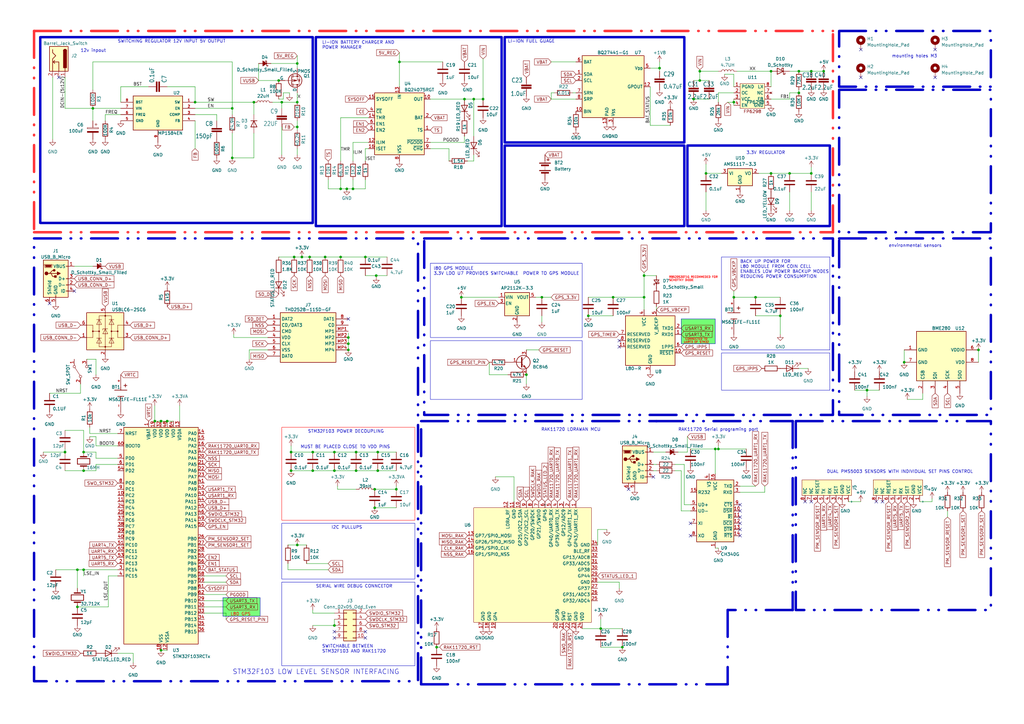
<source format=kicad_sch>
(kicad_sch (version 20230121) (generator eeschema)
  (paper "A3")
  (title_block (title "AirQo_Lorawan_Prototype") (date "2023-08-20") (rev "1.1") (company "AirQo") (comment 1 "using stm32f103rtc6 64 pin package"))
  (junction (at 332.74 29.21))
  (junction (at 179.07 265.43))
  (junction (at 300.99 41.91))
  (junction (at 142.875 138.43))
  (junction (at 114.3 33.02))
  (junction (at 153.67 200.66))
  (junction (at 355.6 160.02))
  (junction (at 149.86 105.41))
  (junction (at 120.65 105.41))
  (junction (at 66.04 172.72))
  (junction (at 63.5 172.72))
  (junction (at 123.825 105.41))
  (junction (at 137.16 256.54))
  (junction (at 146.05 193.04))
  (junction (at 309.88 121.92))
  (junction (at 300.99 121.92))
  (junction (at 121.92 26.035))
  (junction (at 198.12 40.64))
  (junction (at 287.02 29.21))
  (junction (at 95.25 64.77))
  (junction (at 31.75 248.92))
  (junction (at 194.31 40.64))
  (junction (at 251.46 121.92))
  (junction (at 66.04 266.7))
  (junction (at 215.9 153.67))
  (junction (at 337.82 29.21))
  (junction (at 119.38 185.42))
  (junction (at 139.7 105.41))
  (junction (at 316.23 71.12))
  (junction (at 320.04 129.54))
  (junction (at 38.1 44.45))
  (junction (at 163.83 25.4))
  (junction (at 26.67 185.42))
  (junction (at 264.16 121.92))
  (junction (at 154.305 113.03))
  (junction (at 95.25 44.45))
  (junction (at 316.23 29.21))
  (junction (at 332.74 71.12))
  (junction (at 293.37 184.15))
  (junction (at 190.5 40.64))
  (junction (at 68.58 172.72))
  (junction (at 241.3 129.54))
  (junction (at 31.75 233.68))
  (junction (at 121.92 52.07))
  (junction (at 154.94 193.04))
  (junction (at 154.94 185.42))
  (junction (at 133.35 105.41))
  (junction (at 246.38 257.81))
  (junction (at 284.48 40.64))
  (junction (at 80.01 41.91))
  (junction (at 153.67 208.28))
  (junction (at 34.29 233.68))
  (junction (at 128.27 193.04))
  (junction (at 370.84 148.59))
  (junction (at 127 105.41))
  (junction (at 162.56 200.66))
  (junction (at 255.27 265.43))
  (junction (at 142.875 143.51))
  (junction (at 115.57 41.91))
  (junction (at 189.23 121.92))
  (junction (at 137.16 193.04))
  (junction (at 289.56 71.12))
  (junction (at 119.38 193.04))
  (junction (at 104.14 41.91))
  (junction (at 270.51 27.94))
  (junction (at 146.05 185.42))
  (junction (at 327.66 29.21))
  (junction (at 128.27 185.42))
  (junction (at 139.7 77.47))
  (junction (at 294.64 184.15))
  (junction (at 327.66 38.1))
  (junction (at 34.29 185.42))
  (junction (at 142.875 140.97))
  (junction (at 121.92 41.91))
  (junction (at 142.24 77.47))
  (junction (at 137.16 185.42))
  (junction (at 34.29 193.04))
  (junction (at 222.25 121.92))
  (junction (at 287.02 33.02))
  (junction (at 121.92 223.52))
  (junction (at 144.78 77.47))
  (junction (at 323.85 71.12))
  (junction (at 264.16 113.03))
  (junction (at 401.32 143.51))
  (no_connect (at 332.74 205.74))
  (no_connect (at 330.2 205.74))
  (no_connect (at 149.86 261.62))
  (no_connect (at 30.48 119.38))
  (no_connect (at 359.41 205.74))
  (no_connect (at 137.16 259.08))
  (no_connect (at 283.21 214.63))
  (no_connect (at 254 142.24))
  (no_connect (at 303.53 209.55))
  (no_connect (at 303.53 207.01))
  (no_connect (at 257.81 200.66))
  (no_connect (at 24.13 31.75))
  (no_connect (at 303.53 214.63))
  (no_connect (at 149.86 259.08))
  (no_connect (at 353.06 20.32))
  (no_connect (at 383.54 20.32))
  (no_connect (at 137.16 261.62))
  (no_connect (at 353.06 31.75))
  (no_connect (at 303.53 217.17))
  (no_connect (at 303.53 219.71))
  (no_connect (at 20.32 124.46))
  (no_connect (at 254 139.7))
  (no_connect (at 283.21 219.71))
  (no_connect (at 142.875 130.81))
  (no_connect (at 267.97 195.58))
  (no_connect (at 361.95 205.74))
  (no_connect (at 303.53 212.09))
  (no_connect (at 383.54 31.75))
  (wire (pts (xy 309.88 199.39) (xy 303.53 199.39)))
  (wire (pts (xy 39.37 190.5) (xy 39.37 193.04)))
  (polyline (pts (xy 298.45 250.19) (xy 298.45 251.46)))
  (wire (pts (xy 34.29 236.22) (xy 34.29 233.68)))
  (wire (pts (xy 266.7 51.435) (xy 274.955 51.435)))
  (wire (pts (xy 184.15 60.96) (xy 184.15 66.04)))
  (wire (pts (xy 63.5 166.37) (xy 63.5 172.72)))
  (wire (pts (xy 254 238.76) (xy 254 241.3)))
  (wire (pts (xy 104.14 54.61) (xy 104.14 64.77)))
  (wire (pts (xy 128.27 256.54) (xy 137.16 256.54)))
  (wire (pts (xy 298.45 41.91) (xy 300.99 41.91)))
  (wire (pts (xy 281.94 185.42) (xy 278.13 185.42)))
  (wire (pts (xy 138.43 199.39) (xy 138.43 200.66)))
  (polyline (pts (xy 172.72 95.25) (xy 341.63 95.25)) (stroke (width 1) (type dash_dot_dot) (color 255 48 52 1)))
  (wire (pts (xy 316.23 40.64) (xy 323.85 40.64)))
  (wire (pts (xy 138.43 200.66) (xy 146.05 200.66)))
  (wire (pts (xy 95.885 137.16) (xy 95.885 138.43)))
  (wire (pts (xy 200.66 153.67) (xy 200.66 148.59)))
  (wire (pts (xy 149.86 73.66) (xy 149.86 77.47)))
  (wire (pts (xy 31.75 233.68) (xy 34.29 233.68)))
  (wire (pts (xy 119.38 185.42) (xy 128.27 185.42)))
  (wire (pts (xy 83.82 243.84) (xy 92.71 243.84)))
  (wire (pts (xy 121.92 41.91) (xy 115.57 41.91)))
  (wire (pts (xy 284.48 40.64) (xy 290.83 40.64)))
  (wire (pts (xy 128.27 193.04) (xy 137.16 193.04)))
  (polyline (pts (xy 13.97 12.7) (xy 13.97 95.25)) (stroke (width 1) (type dash_dot_dot) (color 255 48 52 1)))
  (wire (pts (xy 118.745 38.1) (xy 118.745 38.735)))
  (wire (pts (xy 300.99 41.91) (xy 300.99 43.18)))
  (polyline (pts (xy 13.97 12.7) (xy 341.63 12.7)) (stroke (width 1) (type dash_dot_dot) (color 255 48 52 1)))
  (wire (pts (xy 142.875 138.43) (xy 142.875 140.97)))
  (wire (pts (xy 39.37 182.88) (xy 39.37 179.07)))
  (wire (pts (xy 128.27 251.46) (xy 137.16 251.46)))
  (wire (pts (xy 281.94 179.07) (xy 281.94 185.42)))
  (wire (pts (xy 176.53 40.64) (xy 190.5 40.64)))
  (wire (pts (xy 149.86 60.96) (xy 149.86 66.04)))
  (wire (pts (xy 370.84 143.51) (xy 370.84 148.59)))
  (wire (pts (xy 303.53 201.93) (xy 313.69 201.93)))
  (wire (pts (xy 332.74 29.21) (xy 337.82 29.21)))
  (wire (pts (xy 294.64 184.15) (xy 306.07 184.15)))
  (wire (pts (xy 66.04 266.7) (xy 68.58 266.7)))
  (wire (pts (xy 251.46 121.92) (xy 264.16 121.92)))
  (wire (pts (xy 30.48 109.22) (xy 38.1 109.22)))
  (wire (pts (xy 270.51 27.94) (xy 266.7 27.94)))
  (wire (pts (xy 149.86 113.03) (xy 154.305 113.03)))
  (wire (pts (xy 190.5 58.42) (xy 190.5 55.88)))
  (wire (pts (xy 36.83 177.8) (xy 48.26 177.8)))
  (wire (pts (xy 245.11 217.17) (xy 245.11 223.52)))
  (wire (pts (xy 401.32 143.51) (xy 401.32 148.59)))
  (wire (pts (xy 287.02 28.575) (xy 287.02 29.21)))
  (wire (pts (xy 153.67 208.28) (xy 162.56 208.28)))
  (wire (pts (xy 153.67 200.66) (xy 162.56 200.66)))
  (polyline (pts (xy 172.72 172.72) (xy 269.24 172.72)) (stroke (width 1) (type dash_dot_dot)))
  (wire (pts (xy 246.38 257.81) (xy 246.38 254)))
  (wire (pts (xy 316.23 29.21) (xy 316.23 35.56)))
  (wire (pts (xy 203.2 195.58) (xy 210.82 195.58)))
  (wire (pts (xy 269.24 125.73) (xy 269.24 127)))
  (wire (pts (xy 276.86 193.04) (xy 279.4 193.04)))
  (wire (pts (xy 264.16 113.03) (xy 264.16 121.92)))
  (wire (pts (xy 146.05 193.04) (xy 154.94 193.04)))
  (wire (pts (xy 66.04 172.72) (xy 68.58 172.72)))
  (wire (pts (xy 163.83 25.4) (xy 163.83 35.56)))
  (wire (pts (xy 21.59 31.75) (xy 21.59 57.15)))
  (polyline (pts (xy 13.97 95.25) (xy 172.72 95.25)) (stroke (width 1) (type dash_dot_dot) (color 255 48 52 1)))
  (wire (pts (xy 316.23 71.12) (xy 323.85 71.12)))
  (wire (pts (xy 115.57 41.91) (xy 111.76 41.91)))
  (wire (pts (xy 154.305 113.03) (xy 154.305 113.665)))
  (wire (pts (xy 300.99 30.48) (xy 300.99 35.56)))
  (wire (pts (xy 31.75 241.3) (xy 31.75 233.68)))
  (wire (pts (xy 297.18 30.48) (xy 300.99 30.48)))
  (wire (pts (xy 120.65 52.07) (xy 121.92 52.07)))
  (wire (pts (xy 189.23 121.92) (xy 204.47 121.92)))
  (wire (pts (xy 38.1 25.4) (xy 95.25 25.4)))
  (wire (pts (xy 39.37 193.04) (xy 34.29 193.04)))
  (wire (pts (xy 33.02 157.48) (xy 33.02 161.29)))
  (wire (pts (xy 39.37 185.42) (xy 34.29 185.42)))
  (wire (pts (xy 234.95 38.1) (xy 236.22 38.1)))
  (wire (pts (xy 280.67 207.01) (xy 280.67 190.5)))
  (wire (pts (xy 68.58 172.72) (xy 71.12 172.72)))
  (polyline (pts (xy 325.12 250.19) (xy 298.45 250.19)) (stroke (width 1) (type dash_dot_dot)))
  (wire (pts (xy 151.13 58.42) (xy 144.78 58.42)))
  (wire (pts (xy 144.78 73.66) (xy 144.78 77.47)))
  (wire (pts (xy 226.06 25.4) (xy 236.22 25.4)))
  (wire (pts (xy 127 105.41) (xy 133.35 105.41)))
  (wire (pts (xy 119.38 182.88) (xy 119.38 185.42)))
  (wire (pts (xy 34.29 176.53) (xy 34.29 185.42)))
  (wire (pts (xy 149.86 77.47) (xy 144.78 77.47)))
  (wire (pts (xy 133.35 105.41) (xy 139.7 105.41)))
  (wire (pts (xy 35.56 147.32) (xy 39.37 147.32)))
  (polyline (pts (xy 172.72 280.67) (xy 298.45 280.67)) (stroke (width 1) (type dash_dot_dot)))
  (wire (pts (xy 39.37 187.96) (xy 39.37 185.42)))
  (wire (pts (xy 95.25 44.45) (xy 80.01 44.45)))
  (wire (pts (xy 48.26 182.88) (xy 39.37 182.88)))
  (wire (pts (xy 43.18 46.99) (xy 49.53 46.99)))
  (wire (pts (xy 88.9 46.99) (xy 80.01 46.99)))
  (wire (pts (xy 284.48 33.02) (xy 287.02 33.02)))
  (wire (pts (xy 146.05 185.42) (xy 154.94 185.42)))
  (wire (pts (xy 264.16 121.92) (xy 264.16 127)))
  (wire (pts (xy 293.37 184.15) (xy 294.64 184.15)))
  (wire (pts (xy 236.22 40.64) (xy 226.06 40.64)))
  (wire (pts (xy 83.82 236.22) (xy 92.71 236.22)))
  (wire (pts (xy 294.64 41.91) (xy 294.64 38.1)))
  (wire (pts (xy 17.78 185.42) (xy 26.67 185.42)))
  (wire (pts (xy 283.21 207.01) (xy 280.67 207.01)))
  (wire (pts (xy 311.15 71.12) (xy 316.23 71.12)))
  (wire (pts (xy 36.83 175.26) (xy 36.83 177.8)))
  (wire (pts (xy 270.51 29.21) (xy 270.51 27.94)))
  (wire (pts (xy 222.25 121.92) (xy 219.71 121.92)))
  (wire (pts (xy 151.13 60.96) (xy 149.86 60.96)))
  (wire (pts (xy 327.66 151.13) (xy 331.47 151.13)))
  (polyline (pts (xy 341.63 95.25) (xy 341.63 12.7)) (stroke (width 1) (type dash_dot_dot) (color 255 48 52 1)))
  (wire (pts (xy 134.62 77.47) (xy 139.7 77.47)))
  (wire (pts (xy 222.25 129.54) (xy 222.25 132.08)))
  (wire (pts (xy 198.12 24.13) (xy 198.12 40.64)))
  (wire (pts (xy 327.66 36.83) (xy 327.66 38.1)))
  (wire (pts (xy 355.6 160.02) (xy 350.52 160.02)))
  (wire (pts (xy 44.45 236.22) (xy 44.45 248.92)))
  (wire (pts (xy 327.66 29.21) (xy 332.74 29.21)))
  (wire (pts (xy 115.57 44.45) (xy 115.57 41.91)))
  (wire (pts (xy 95.25 46.99) (xy 95.25 44.45)))
  (wire (pts (xy 92.71 246.38) (xy 83.82 246.38)))
  (wire (pts (xy 106.045 26.035) (xy 106.045 33.02)))
  (wire (pts (xy 26.67 193.04) (xy 34.29 193.04)))
  (wire (pts (xy 48.26 267.97) (xy 54.61 267.97)))
  (wire (pts (xy 302.26 29.21) (xy 316.23 29.21)))
  (wire (pts (xy 137.16 254) (xy 137.16 256.54)))
  (wire (pts (xy 323.85 71.12) (xy 332.74 71.12)))
  (wire (pts (xy 49.53 44.45) (xy 38.1 44.45)))
  (wire (pts (xy 92.71 248.92) (xy 83.82 248.92)))
  (wire (pts (xy 111.125 26.035) (xy 121.92 26.035)))
  (wire (pts (xy 194.31 40.64) (xy 194.31 55.88)))
  (wire (pts (xy 163.83 21.59) (xy 163.83 25.4)))
  (wire (pts (xy 120.65 105.41) (xy 123.825 105.41)))
  (wire (pts (xy 355.6 162.56) (xy 355.6 160.02)))
  (wire (pts (xy 289.56 86.36) (xy 289.56 78.74)))
  (wire (pts (xy 279.4 209.55) (xy 283.21 209.55)))
  (wire (pts (xy 293.37 224.79) (xy 294.64 224.79)))
  (wire (pts (xy 26.67 44.45) (xy 38.1 44.45)))
  (wire (pts (xy 48.26 187.96) (xy 39.37 187.96)))
  (wire (pts (xy 80.01 41.91) (xy 80.01 35.56)))
  (wire (pts (xy 208.28 153.67) (xy 200.66 153.67)))
  (wire (pts (xy 109.855 143.51) (xy 102.235 143.51)))
  (polyline (pts (xy 172.72 95.25) (xy 172.72 95.25)) (stroke (width 1) (type dash_dot_dot) (color 255 48 52 1)))
  (wire (pts (xy 118.11 223.52) (xy 121.92 223.52)))
  (wire (pts (xy 194.31 66.04) (xy 194.31 63.5)))
  (wire (pts (xy 388.62 212.09) (xy 388.62 209.55)))
  (wire (pts (xy 294.64 29.21) (xy 287.02 29.21)))
  (wire (pts (xy 121.92 49.53) (xy 121.92 52.07)))
  (wire (pts (xy 154.94 193.04) (xy 162.56 193.04)))
  (wire (pts (xy 34.29 233.68) (xy 48.26 233.68)))
  (wire (pts (xy 88.9 49.53) (xy 88.9 46.99)))
  (wire (pts (xy 154.94 185.42) (xy 162.56 185.42)))
  (wire (pts (xy 114.3 40.64) (xy 116.205 40.64)))
  (wire (pts (xy 121.92 223.52) (xy 125.73 223.52)))
  (wire (pts (xy 162.56 199.39) (xy 162.56 200.66)))
  (wire (pts (xy 60.96 35.56) (xy 49.53 35.56)))
  (wire (pts (xy 134.62 233.68) (xy 118.11 233.68)))
  (wire (pts (xy 378.46 163.83) (xy 378.46 161.29)))
  (wire (pts (xy 180.34 265.43) (xy 179.07 265.43)))
  (wire (pts (xy 128.27 185.42) (xy 137.16 185.42)))
  (wire (pts (xy 226.06 40.64) (xy 226.06 38.1)))
  (wire (pts (xy 115.57 52.07) (xy 115.57 63.5)))
  (wire (pts (xy 241.3 129.54) (xy 251.46 129.54)))
  (wire (pts (xy 116.205 38.1) (xy 118.745 38.1)))
  (wire (pts (xy 372.11 163.83) (xy 378.46 163.83)))
  (wire (pts (xy 95.25 54.61) (xy 95.25 64.77)))
  (wire (pts (xy 289.56 67.31) (xy 289.56 71.12)))
  (wire (pts (xy 44.45 236.22) (xy 48.26 236.22)))
  (wire (pts (xy 210.82 195.58) (xy 210.82 205.74)))
  (wire (pts (xy 248.92 217.17) (xy 245.11 217.17)))
  (wire (pts (xy 134.62 73.66) (xy 134.62 77.47)))
  (wire (pts (xy 191.77 66.04) (xy 194.31 66.04)))
  (wire (pts (xy 26.67 31.75) (xy 26.67 44.45)))
  (wire (pts (xy 123.825 105.41) (xy 127 105.41)))
  (wire (pts (xy 245.11 238.76) (xy 254 238.76)))
  (wire (pts (xy 377.19 205.74) (xy 382.27 205.74)))
  (wire (pts (xy 95.885 138.43) (xy 109.855 138.43)))
  (wire (pts (xy 73.66 166.37) (xy 73.66 172.72)))
  (wire (pts (xy 22.86 233.68) (xy 31.75 233.68)))
  (wire (pts (xy 154.305 113.03) (xy 158.75 113.03)))
  (wire (pts (xy 95.25 25.4) (xy 95.25 44.45)))
  (wire (pts (xy 116.205 40.64) (xy 116.205 38.1)))
  (wire (pts (xy 106.045 33.02) (xy 114.3 33.02)))
  (polyline (pts (xy 325.12 172.72) (xy 325.12 250.19)) (stroke (width 1) (type dash_dot_dot)))
  (wire (pts (xy 264.16 113.03) (xy 269.24 113.03)))
  (wire (pts (xy 142.875 140.97) (xy 142.875 143.51)))
  (wire (pts (xy 332.74 68.58) (xy 332.74 71.12)))
  (wire (pts (xy 121.92 60.96) (xy 121.92 63.5)))
  (wire (pts (xy 31.75 248.92) (xy 44.45 248.92)))
  (wire (pts (xy 104.14 64.77) (xy 95.25 64.77)))
  (wire (pts (xy 238.76 257.81) (xy 246.38 257.81)))
  (wire (pts (xy 279.4 193.04) (xy 279.4 209.55)))
  (wire (pts (xy 26.67 184.15) (xy 26.67 185.42)))
  (wire (pts (xy 139.7 105.41) (xy 149.86 105.41)))
  (polyline (pts (xy 172.72 280.67) (xy 172.72 172.72)) (stroke (width 1) (type dash_dot_dot)))
  (wire (pts (xy 48.26 190.5) (xy 39.37 190.5)))
  (wire (pts (xy 309.88 129.54) (xy 320.04 129.54)))
  (wire (pts (xy 309.88 121.92) (xy 320.04 121.92)))
  (wire (pts (xy 20.32 161.29) (xy 33.02 161.29)))
  (wire (pts (xy 226.06 121.92) (xy 222.25 121.92)))
  (wire (pts (xy 121.92 26.035) (xy 121.92 27.94)))
  (wire (pts (xy 137.16 193.04) (xy 146.05 193.04)))
  (wire (pts (xy 144.78 58.42) (xy 144.78 66.04)))
  (wire (pts (xy 264.16 111.76) (xy 264.16 113.03)))
  (wire (pts (xy 139.7 73.66) (xy 139.7 77.47)))
  (polyline (pts (xy 269.24 172.72) (xy 325.12 172.72)) (stroke (width 1) (type dash_dot_dot)))
  (wire (pts (xy 300.99 121.92) (xy 309.88 121.92)))
  (wire (pts (xy 137.16 185.42) (xy 146.05 185.42)))
  (wire (pts (xy 246.38 265.43) (xy 255.27 265.43)))
  (wire (pts (xy 267.97 193.04) (xy 269.24 193.04)))
  (wire (pts (xy 289.56 71.12) (xy 295.91 71.12)))
  (wire (pts (xy 283.21 184.15) (xy 293.37 184.15)))
  (wire (pts (xy 39.37 147.32) (xy 39.37 153.67)))
  (wire (pts (xy 121.92 52.07) (xy 121.92 53.34)))
  (wire (pts (xy 294.64 182.88) (xy 294.64 184.15)))
  (wire (pts (xy -74.93 265.43) (xy -72.39 265.43)))
  (wire (pts (xy 104.14 46.99) (xy 104.14 41.91)))
  (wire (pts (xy 215.9 153.67) (xy 215.9 157.48)))
  (wire (pts (xy 149.86 105.41) (xy 158.75 105.41)))
  (wire (pts (xy 323.85 29.21) (xy 327.66 29.21)))
  (wire (pts (xy 323.85 38.1) (xy 327.66 38.1)))
  (wire (pts (xy 43.18 49.53) (xy 43.18 46.99)))
  (wire (pts (xy 294.64 38.1) (xy 300.99 38.1)))
  (wire (pts (xy 80.01 49.53) (xy 80.01 60.96)))
  (wire (pts (xy 49.53 35.56) (xy 49.53 41.91)))
  (wire (pts (xy 83.82 251.46) (xy 92.71 251.46)))
  (wire (pts (xy 287.02 33.02) (xy 290.83 33.02)))
  (wire (pts (xy 382.27 205.74) (xy 382.27 204.47)))
  (wire (pts (xy 121.92 38.1) (xy 121.92 41.91)))
  (wire (pts (xy 104.14 41.91) (xy 80.01 41.91)))
  (wire (pts (xy 267.97 190.5) (xy 269.24 190.5)))
  (wire (pts (xy 114.3 105.41) (xy 120.65 105.41)))
  (wire (pts (xy 38.1 36.83) (xy 38.1 25.4)))
  (wire (pts (xy 226.06 38.1) (xy 227.33 38.1)))
  (wire (pts (xy 300.99 119.38) (xy 300.99 121.92)))
  (wire (pts (xy 194.31 40.64) (xy 198.12 40.64)))
  (wire (pts (xy 80.01 35.56) (xy 68.58 35.56)))
  (wire (pts (xy 92.71 251.46) (xy 92.71 254)))
  (wire (pts (xy 142.875 136.525) (xy 142.875 138.43)))
  (wire (pts (xy 121.92 22.86) (xy 121.92 26.035)))
  (wire (pts (xy 83.82 238.76) (xy 92.71 238.76)))
  (wire (pts (xy 119.38 193.04) (xy 128.27 193.04)))
  (wire (pts (xy 54.61 267.97) (xy 54.61 271.78)))
  (wire (pts (xy 313.69 201.93) (xy 313.69 199.39)))
  (wire (pts (xy 293.37 184.15) (xy 293.37 194.31)))
  (wire (pts (xy 139.7 77.47) (xy 142.24 77.47)))
  (wire (pts (xy 102.235 143.51) (xy 102.235 147.32)))
  (wire (pts (xy 266.7 35.56) (xy 266.7 51.435)))
  (wire (pts (xy 125.73 231.14) (xy 134.62 231.14)))
  (wire (pts (xy 39.37 179.07) (xy 36.83 179.07)))
  (wire (pts (xy 128.27 250.19) (xy 128.27 251.46)))
  (wire (pts (xy 241.3 121.92) (xy 251.46 121.92)))
  (wire (pts (xy 38.1 44.45) (xy 38.1 49.53)))
  (wire (pts (xy 267.97 185.42) (xy 273.05 185.42)))
  (wire (pts (xy 142.24 77.47) (xy 144.78 77.47)))
  (wire (pts (xy 270.51 25.4) (xy 270.51 27.94)))
  (wire (pts (xy 323.85 86.36) (xy 323.85 78.74)))
  (wire (pts (xy 246.38 257.81) (xy 255.27 257.81)))
  (wire (pts (xy 347.98 205.74) (xy 353.06 205.74)))
  (wire (pts (xy 190.5 40.64) (xy 194.31 40.64)))
  (wire (pts (xy 151.13 48.26) (xy 139.7 48.26)))
  (wire (pts (xy 323.85 40.64) (xy 323.85 38.1)))
  (wire (pts (xy 215.9 143.51) (xy 220.98 143.51)))
  (wire (pts (xy 280.67 190.5) (xy 276.86 190.5)))
  (wire (pts (xy 118.11 233.68) (xy 118.11 231.14)))
  (wire (pts (xy 320.04 129.54) (xy 320.04 137.16)))
  (wire (pts (xy 163.83 25.4) (xy 181.61 25.4)))
  (wire (pts (xy 26.67 176.53) (xy 34.29 176.53)))
  (wire (pts (xy 63.5 172.72) (xy 66.04 172.72)))
  (wire (pts (xy 300.99 40.64) (xy 300.99 41.91)))
  (polyline (pts (xy 298.45 250.19) (xy 298.45 280.67)) (stroke (width 1) (type dash_dot_dot)))
  (wire (pts (xy 176.53 58.42) (xy 190.5 58.42)))
  (wire (pts (xy 176.53 60.96) (xy 184.15 60.96)))
  (wire (pts (xy 139.7 48.26) (xy 139.7 66.04)))
  (wire (pts (xy 355.6 160.02) (xy 360.68 160.02)))
  (wire (pts (xy 332.74 86.36) (xy 332.74 78.74)))
  (wire (pts (xy 287.02 29.21) (xy 287.02 33.02)))
  (rectangle (start 279.4 130.81) (end 293.37 140.97) (fill (type color) (color 0 255 0 0.55)))
  (rectangle (start 344.17 36.83) (end 406.4 95.25) (stroke (width 1) (type dash_dot_dot)))
  (rectangle (start 295.91 105.41) (end 340.36 143.51))
  (rectangle (start 344.17 12.7) (end 406.4 35.56) (stroke (width 1) (type dash_dot_dot)))
  (rectangle (start 129.54 15.24) (end 205.74 92.71) (stroke (width 1)))
  (rectangle (start 295.91 144.78) (end 340.36 160.02))
  (rectangle (start 176.53 139.7) (end 238.76 163.83))
  (rectangle (start 344.17 97.79) (end 406.4 170.18) (stroke (width 1) (type dash_dot_dot)))
  (rectangle (start 91.44 245.11) (end 106.68 252.73) (fill (type color) (color 0 255 0 0.52)))
  (rectangle (start 115.57 214.63) (end 170.18 237.49))
  (rectangle (start 173.99 97.79) (end 341.63 170.18) (stroke (width 1) (type dash_dot_dot)))
  (rectangle (start 207.01 59.69) (end 280.67 92.71) (stroke (width 1)))
  (rectangle (start 176.53 107.95) (end 238.76 138.43))
  (rectangle (start 13.97 97.79) (end 171.45 279.4) (stroke (width 1) (type dash_dot_dot)))
  (rectangle (start 207.01 15.24) (end 280.67 58.42) (stroke (width 1)))
  (rectangle (start 326.39 172.72) (end 406.4 250.19) (stroke (width 1) (type dash_dot_dot)))
  (rectangle (start 115.57 238.76) (end 170.18 273.05))
  (rectangle (start 281.94 59.69) (end 340.36 92.71) (stroke (width 1)))
  (rectangle (start 115.57 175.26) (end 170.18 213.36) (stroke (width 0) (color 255 0 0 1)))
  (rectangle (start 16.51 15.24) (end 128.27 91.44) (stroke (width 1)))
  (text "SWITCHABLE BETWEEN\nSTM32F103 AND RAK11720" (at 132.08 267.97 0) (effects (font (size 1.27 1.27)) (justify left bottom)))
  (text "LI-ION BATTERY CHARGER AND \nPOWER MANAGER\n" (at 132.08 20.32 0) (effects (font (size 1.27 1.27)) (justify left bottom)))
  (text "BACK UP POWER FOR \nL80 MODULE FROM COIN CELL\nENABLES LOW POWER BACKUP MODES\nREDUCING POWER CONSUMPTION\n" (at 303.53 114.3 0) (effects (font (size 1.27 1.27)) (justify left bottom)))
  (text "STM32F103 LOW LEVEL SENSOR INTERFACING\n" (at 163.83 276.86 0) (effects (font (size 2 2)) (justify right bottom)))
  (text "mounting holes M3 \n\n\n" (at 365.76 27.94 0) (effects (font (size 1.27 1.27)) (justify left bottom)))
  (text "RB520S30T1G RECOMMEDED FOR \nSCHOTTKY DIODE" (at 274.32 115.57 0) (effects (font (size 0.8 0.8)) (justify left bottom)))
  (text "SERIAL WIRE DEBUG CONNCETOR\n" (at 129.54 241.3 0) (effects (font (size 1.27 1.27)) (justify left bottom)))
  (text "CONNECTED TO \nUART3 OF STM32" (at 290.83 140.97 0) (effects (font (size 0.8 0.8)) (justify right bottom)))
  (text "l80 GPS MODULE\n3.3V LDO U7 PROVIDES SWITCHABLE  POWER TO GPS MODULE\n" (at 177.8 113.03 0) (effects (font (size 1.27 1.27)) (justify left bottom)))
  (text "RAK11720 LORAWAN MCU\n\n" (at 246.38 179.07 0) (effects (font (size 1.27 1.27)) (justify right bottom)))
  (text "LI-ION FUEL GUAGE\n" (at 208.28 17.78 0) (effects (font (size 1.27 1.27)) (justify left bottom)))
  (text "12v inpout\n" (at 33.02 21.59 0) (effects (font (size 1.27 1.27)) (justify left bottom)))
  (text "3.3V REGULATOR\n" (at 306.07 63.5 0) (effects (font (size 1.27 1.27)) (justify left bottom)))
  (text "I2C PULLUPS\n" (at 135.89 217.17 0) (effects (font (size 1.27 1.27)) (justify left bottom)))
  (text "DUAL PMS5003 SENSORS WITH INDIVIDUAL SET PINS CONTROL\n" (at 339.09 194.31 0) (effects (font (size 1.27 1.27)) (justify left bottom)))
  (text "MUST BE PLACED CLOSE TO VDD PINS\n" (at 160.02 184.15 0) (effects (font (size 1.27 1.27)) (justify right bottom)))
  (text "SWITCHING REGULATOR 12V INPUT 5V OUTPUT" (at 48.26 17.78 0) (effects (font (size 1.27 1.27)) (justify left bottom)))
  (text "L80 GPS\n" (at 102.87 252.73 0) (effects (font (size 1.27 1.27)) (justify right bottom)))
  (text "STM32F103 POWER DECOUPLING\n" (at 157.48 177.8 0) (effects (font (size 1.27 1.27)) (justify right bottom)))
  (text "RAK11720 Serial programing port\n\n" (at 278.13 179.07 0) (effects (font (size 1.27 1.27)) (justify left bottom)))
  (text "environmental sensors" (at 364.49 101.6 0) (effects (font (size 1.27 1.27)) (justify left bottom)))
  (label "LSE_IN" (at 34.29 236.22 0))
  (label "EN" (at 85.09 44.45 0))
  (label "PGOOD" (at 181.61 58.42 0))
  (label "ILIM" (at 144.78 63.5 0))
  (label "DCIN-(5:12V)" (at 26.67 44.45 90))
  (label "NRST" (at 40.64 177.8 0))
  (label "NRST" (at 22.86 161.29 0))
  (label "XX" (at 307.34 29.21 0))
  (label "TMR" (at 139.7 62.23 0))
  (label "X" (at 121.92 40.64 0))
  (label "FB1" (at 320.04 40.64 0))
  (label "BOOT0" (at 40.64 182.88 0))
  (label "SW" (at 85.09 41.91 0))
  (label "BAT_STATUS" (at 266.7 39.37 270))
  (label "LSE_OUT" (at 44.45 246.38 90))
  (label "ISET" (at 149.86 66.04 0))
  (label "BST" (at 54.61 35.56 0))
  (label "FREQ" (at 43.18 46.99 0))
  (global_label "SWDIO_STM32" (shape input) (at 149.86 251.46 0) (property "Intersheetrefs" "${INTERSHEET_REFS}" (effects hide)))
  (global_label "GPS_3.3V" (shape input) (at 226.06 121.92 0) (property "Intersheetrefs" "${INTERSHEET_REFS}" (effects hide)))
  (global_label "GPS_EN" (shape input) (at 83.82 215.9 0) (property "Intersheetrefs" "${INTERSHEET_REFS}" (effects hide)))
  (global_label "FB" (shape input) (at 80.01 60.96 270) (property "Intersheetrefs" "${INTERSHEET_REFS}" (effects hide)))
  (global_label "UART4_TX" (shape input) (at 340.36 205.74 270) (property "Intersheetrefs" "${INTERSHEET_REFS}" (effects hide)))
  (global_label "USB_D-" (shape input) (at 33.02 133.35 180) (property "Intersheetrefs" "${INTERSHEET_REFS}" (effects hide)))
  (global_label "VBAT" (shape input) (at 226.06 40.64 180) (property "Intersheetrefs" "${INTERSHEET_REFS}" (effects hide)))
  (global_label "EN2" (shape input) (at 83.82 228.6 0) (property "Intersheetrefs" "${INTERSHEET_REFS}" (effects hide)))
  (global_label "GPS_IPPS" (shape input) (at 279.4 142.24 0) (property "Intersheetrefs" "${INTERSHEET_REFS}" (effects hide)))
  (global_label "USART3_RX" (shape input) (at 92.71 248.92 0) (property "Intersheetrefs" "${INTERSHEET_REFS}" (effects hide)))
  (global_label "USART1_TX" (shape input) (at 83.82 200.66 0) (property "Intersheetrefs" "${INTERSHEET_REFS}" (effects hide)))
  (global_label "VRTC" (shape input) (at 49.53 153.67 0) (property "Intersheetrefs" "${INTERSHEET_REFS}" (effects hide)))
  (global_label "SCK" (shape input) (at 109.855 140.97 180) (property "Intersheetrefs" "${INTERSHEET_REFS}" (effects hide)))
  (global_label "USB_D+" (shape input) (at 83.82 208.28 0) (property "Intersheetrefs" "${INTERSHEET_REFS}" (effects hide)))
  (global_label "MOSI_RAK" (shape input) (at 191.77 219.71 180) (property "Intersheetrefs" "${INTERSHEET_REFS}" (effects hide)))
  (global_label "GPS_VBCKP" (shape input) (at 300.99 119.38 90) (property "Intersheetrefs" "${INTERSHEET_REFS}" (effects hide)))
  (global_label "SWDCLK_STM32" (shape input) (at 83.82 213.36 0) (property "Intersheetrefs" "${INTERSHEET_REFS}" (effects hide)))
  (global_label "VUSB" (shape input) (at 43.18 125.73 90) (property "Intersheetrefs" "${INTERSHEET_REFS}" (effects hide)))
  (global_label "MOSI" (shape input) (at 109.855 135.89 180) (property "Intersheetrefs" "${INTERSHEET_REFS}" (effects hide)))
  (global_label "5V_REG" (shape input) (at 163.83 21.59 180) (property "Intersheetrefs" "${INTERSHEET_REFS}" (effects hide)))
  (global_label "BAT_STATUS" (shape input) (at 83.82 233.68 0) (property "Intersheetrefs" "${INTERSHEET_REFS}" (effects hide)))
  (global_label "GPS_IPPS" (shape input) (at 312.42 151.13 180) (property "Intersheetrefs" "${INTERSHEET_REFS}" (effects hide)))
  (global_label "VRTC" (shape input) (at 60.96 172.72 90) (property "Intersheetrefs" "${INTERSHEET_REFS}" (effects hide)))
  (global_label "UART5_RX" (shape input) (at 48.26 231.14 180) (property "Intersheetrefs" "${INTERSHEET_REFS}" (effects hide)))
  (global_label "PM_SENSOR_RESET" (shape input) (at 335.28 205.74 270) (property "Intersheetrefs" "${INTERSHEET_REFS}" (effects hide)))
  (global_label "MISO" (shape input) (at 139.7 113.03 270) (property "Intersheetrefs" "${INTERSHEET_REFS}" (effects hide)))
  (global_label "RAK11720_UART1_RX" (shape input) (at 236.22 205.74 90) (property "Intersheetrefs" "${INTERSHEET_REFS}" (effects hide)))
  (global_label "SWDIO_RAK" (shape input) (at 220.98 205.74 90) (property "Intersheetrefs" "${INTERSHEET_REFS}" (effects hide)))
  (global_label "USB_CONN_D-" (shape input) (at 30.48 116.84 0) (property "Intersheetrefs" "${INTERSHEET_REFS}" (effects hide)))
  (global_label "FB" (shape input) (at 120.65 52.07 180) (property "Intersheetrefs" "${INTERSHEET_REFS}" (effects hide)))
  (global_label "USB_CONN_D+" (shape input) (at 30.48 114.3 0) (property "Intersheetrefs" "${INTERSHEET_REFS}" (effects hide)))
  (global_label "USB_CONN_D-" (shape input) (at 33.02 138.43 180) (property "Intersheetrefs" "${INTERSHEET_REFS}" (effects hide)))
  (global_label "SCL" (shape input) (at 388.62 161.29 270) (property "Intersheetrefs" "${INTERSHEET_REFS}" (effects hide)))
  (global_label "RAK11720_RST" (shape input) (at 233.68 257.81 270) (property "Intersheetrefs" "${INTERSHEET_REFS}" (effects hide)))
  (global_label "SDA" (shape input) (at 236.22 30.48 180) (property "Intersheetrefs" "${INTERSHEET_REFS}" (effects hide)))
  (global_label "GPS_VBCKP" (shape input) (at 269.24 127 0) (property "Intersheetrefs" "${INTERSHEET_REFS}" (effects hide)))
  (global_label "SWO_RAK" (shape input) (at 231.14 257.81 270) (property "Intersheetrefs" "${INTERSHEET_REFS}" (effects hide)))
  (global_label "VBAT" (shape input) (at 223.52 63.5 0) (property "Intersheetrefs" "${INTERSHEET_REFS}" (effects hide)))
  (global_label "USART3_RX" (shape input) (at 279.4 134.62 0) (property "Intersheetrefs" "${INTERSHEET_REFS}" (effects hide)))
  (global_label "SCK" (shape input) (at 83.82 190.5 0) (property "Intersheetrefs" "${INTERSHEET_REFS}" (effects hide)))
  (global_label "MISO" (shape input) (at 109.855 146.05 180) (property "Intersheetrefs" "${INTERSHEET_REFS}" (effects hide)))
  (global_label "SWDIO_STM32" (shape input) (at 33.02 267.97 180) (property "Intersheetrefs" "${INTERSHEET_REFS}" (effects hide)))
  (global_label "NSS_RAK" (shape input) (at 191.77 227.33 180) (property "Intersheetrefs" "${INTERSHEET_REFS}" (effects hide)))
  (global_label "VIN" (shape input) (at 287.02 28.575 90) (property "Intersheetrefs" "${INTERSHEET_REFS}" (effects hide)))
  (global_label "USART3_TX" (shape input) (at 279.4 137.16 0) (property "Intersheetrefs" "${INTERSHEET_REFS}" (effects hide)))
  (global_label "VBAT" (shape input) (at 215.9 31.75 90) (property "Intersheetrefs" "${INTERSHEET_REFS}" (effects hide)))
  (global_label "RAK11720_UART1_RX" (shape input) (at 309.88 199.39 90) (property "Intersheetrefs" "${INTERSHEET_REFS}" (effects hide)))
  (global_label "SDA" (shape input) (at 134.62 233.68 0) (property "Intersheetrefs" "${INTERSHEET_REFS}" (effects hide)))
  (global_label "SDA" (shape input) (at 92.71 238.76 0) (property "Intersheetrefs" "${INTERSHEET_REFS}" (effects hide)))
  (global_label "USB_D-" (shape input) (at 83.82 205.74 0) (property "Intersheetrefs" "${INTERSHEET_REFS}" (effects hide)))
  (global_label "PM_SENSOR1_SET" (shape input) (at 83.82 223.52 0) (property "Intersheetrefs" "${INTERSHEET_REFS}" (effects hide)))
  (global_label "USB_CONN_D+" (shape input) (at 53.34 138.43 0) (property "Intersheetrefs" "${INTERSHEET_REFS}" (effects hide)))
  (global_label "NSS" (shape input) (at 109.855 133.35 180) (property "Intersheetrefs" "${INTERSHEET_REFS}" (effects hide)))
  (global_label "PM_SENSOR_RESET" (shape input) (at 388.62 212.09 270) (property "Intersheetrefs" "${INTERSHEET_REFS}" (effects hide)))
  (global_label "SCL" (shape input) (at 92.71 236.22 0) (property "Intersheetrefs" "${INTERSHEET_REFS}" (effects hide)))
  (global_label "RAK11720_UART1_TX" (shape input) (at 233.68 205.74 90) (property "Intersheetrefs" "${INTERSHEET_REFS}" (effects hide)))
  (global_label "MISO_RAK" (shape input) (at 191.77 222.25 180) (property "Intersheetrefs" "${INTERSHEET_REFS}" (effects hide)))
  (global_label "PM_SENSOR2_SET" (shape input) (at 402.59 209.55 270) (property "Intersheetrefs" "${INTERSHEET_REFS}" (effects hide)))
  (global_label "SYSOFF" (shape input) (at 83.82 241.3 0) (property "Intersheetrefs" "${INTERSHEET_REFS}" (effects hide)))
  (global_label "UART4_RX" (shape input) (at 48.26 226.06 180) (property "Intersheetrefs" "${INTERSHEET_REFS}" (effects hide)))
  (global_label "MOSI" (shape input) (at 133.35 113.03 270) (property "Intersheetrefs" "${INTERSHEET_REFS}" (effects hide)))
  (global_label "USB_D+" (shape input) (at 53.34 133.35 0) (property "Intersheetrefs" "${INTERSHEET_REFS}" (effects hide)))
  (global_label "PGOOD" (shape input) (at 92.71 243.84 0) (property "Intersheetrefs" "${INTERSHEET_REFS}" (effects hide)))
  (global_label "GPS_TIMER" (shape input) (at 254 137.16 180) (property "Intersheetrefs" "${INTERSHEET_REFS}" (effects hide)))
  (global_label "UART5_TX" (shape input) (at 48.26 228.6 180) (property "Intersheetrefs" "${INTERSHEET_REFS}" (effects hide)))
  (global_label "UART4_TX" (shape input) (at 48.26 223.52 180) (property "Intersheetrefs" "${INTERSHEET_REFS}" (effects hide)))
  (global_label "RAK11720_UART0_TX" (shape input) (at 83.82 185.42 0) (property "Intersheetrefs" "${INTERSHEET_REFS}" (effects hide)))
  (global_label "SD_DET" (shape input) (at 109.855 130.81 180) (property "Intersheetrefs" "${INTERSHEET_REFS}" (effects hide)))
  (global_label "SCK" (shape input) (at 120.65 113.03 270) (property "Intersheetrefs" "${INTERSHEET_REFS}" (effects hide)))
  (global_label "UART5_RX" (shape input) (at 367.03 205.74 270) (property "Intersheetrefs" "${INTERSHEET_REFS}" (effects hide)))
  (global_label "SCL" (shape input) (at 134.62 231.14 0) (property "Intersheetrefs" "${INTERSHEET_REFS}" (effects hide)))
  (global_label "VIN" (shape input) (at 298.45 41.91 270) (property "Intersheetrefs" "${INTERSHEET_REFS}" (effects hide)))
  (global_label "SWDCLK_STM32" (shape input) (at 149.86 254 0) (property "Intersheetrefs" "${INTERSHEET_REFS}" (effects hide)))
  (global_label "RAK11720_RST" (shape input) (at 180.34 265.43 0) (property "Intersheetrefs" "${INTERSHEET_REFS}" (effects hide)))
  (global_label "RAK11720_UART0_RX" (shape input) (at 83.82 182.88 0) (property "Intersheetrefs" "${INTERSHEET_REFS}" (effects hide)))
  (global_label "GPS_3.3V" (shape input) (at 264.16 111.76 90) (property "Intersheetrefs" "${INTERSHEET_REFS}" (effects hide)))
  (global_label "RAK11720_UART0_RX" (shape input) (at 226.06 205.74 90) (property "Intersheetrefs" "${INTERSHEET_REFS}" (effects hide)))
  (global_label "VUSB" (shape input) (at 43.18 109.22 0) (property "Intersheetrefs" "${INTERSHEET_REFS}" (effects hide)))
  (global_label "TS" (shape input) (at 176.53 53.34 0) (property "Intersheetrefs" "${INTERSHEET_REFS}" (effects hide)))
  (global_label "UART4_RX" (shape input) (at 337.82 205.74 270) (property "Intersheetrefs" "${INTERSHEET_REFS}" (effects hide)))
  (global_label "MOSI" (shape input) (at 83.82 195.58 0) (property "Intersheetrefs" "${INTERSHEET_REFS}" (effects hide)))
  (global_label "SWO_STM32" (shape input) (at 149.86 256.54 0) (property "Intersheetrefs" "${INTERSHEET_REFS}" (effects hide)))
  (global_label "UART5_TX" (shape input) (at 369.57 205.74 270) (property "Intersheetrefs" "${INTERSHEET_REFS}" (effects hide)))
  (global_label "GPS_RESET" (shape input) (at 220.98 143.51 0) (property "Intersheetrefs" "${INTERSHEET_REFS}" (effects hide)))
  (global_label "SDA" (shape input) (at 213.36 205.74 90) (property "Intersheetrefs" "${INTERSHEET_REFS}" (effects hide)))
  (global_label "5V_REG" (shape input) (at 121.92 22.86 180) (property "Intersheetrefs" "${INTERSHEET_REFS}" (effects hide)))
  (global_label "CLK_RAK" (shape input) (at 191.77 224.79 180) (property "Intersheetrefs" "${INTERSHEET_REFS}" (effects hide)))
  (global_label "SWDCLK_RAK" (shape input) (at 218.44 205.74 90) (property "Intersheetrefs" "${INTERSHEET_REFS}" (effects hide)))
  (global_label "SCL" (shape input) (at 236.22 33.02 180) (property "Intersheetrefs" "${INTERSHEET_REFS}" (effects hide)))
  (global_label "PM_SENSOR1_SET" (shape input) (at 342.9 205.74 270) (property "Intersheetrefs" "${INTERSHEET_REFS}" (effects hide)))
  (global_label "RAK11720_UART1_TX" (shape input) (at 313.69 199.39 90) (property "Intersheetrefs" "${INTERSHEET_REFS}" (effects hide)))
  (global_label "PM_SENSOR_RESET" (shape input) (at 364.49 205.74 270) (property "Intersheetrefs" "${INTERSHEET_REFS}" (effects hide)))
  (global_label "RAK11720_UART0_TX" (shape input) (at 228.6 205.74 90) (property "Intersheetrefs" "${INTERSHEET_REFS}" (effects hide)))
  (global_label "CE" (shape input) (at 151.13 45.72 180) (property "Intersheetrefs" "${INTERSHEET_REFS}" (effects hide)))
  (global_label "MISO" (shape input) (at 83.82 193.04 0) (property "Intersheetrefs" "${INTERSHEET_REFS}" (effects hide)))
  (global_label "VBAT" (shape input) (at 226.06 25.4 180) (property "Intersheetrefs" "${INTERSHEET_REFS}" (effects hide)))
  (global_label "USART3_TX" (shape input) (at 92.71 246.38 0) (property "Intersheetrefs" "${INTERSHEET_REFS}" (effects hide)))
  (global_label "GPS_RESET" (shape input) (at 279.4 144.78 0) (property "Intersheetrefs" "${INTERSHEET_REFS}" (effects hide)))
  (global_label "SCL" (shape input) (at 215.9 205.74 90) (property "Intersheetrefs" "${INTERSHEET_REFS}" (effects hide)))
  (global_label "SYSOFF" (shape input) (at 151.13 40.64 180) (property "Intersheetrefs" "${INTERSHEET_REFS}" (effects hide)))
  (global_label "VIN" (shape input) (at 198.12 24.13 90) (property "Intersheetrefs" "${INTERSHEET_REFS}" (effects hide)))
  (global_label "TS" (shape input) (at 134.62 66.04 90) (property "Intersheetrefs" "${INTERSHEET_REFS}" (effects hide)))
  (global_label "USART1_RX" (shape input) (at 83.82 203.2 0) (property "Intersheetrefs" "${INTERSHEET_REFS}" (effects hide)))
  (global_label "STATUS_LED_2" (shape input) (at 223.52 205.74 90) (property "Intersheetrefs" "${INTERSHEET_REFS}" (effects hide)))
  (global_label "STATUS_LED_1" (shape input) (at 245.11 236.22 0) (property "Intersheetrefs" "${INTERSHEET_REFS}" (effects hide)))
  (global_label "NSS" (shape input) (at 83.82 187.96 0) (property "Intersheetrefs" "${INTERSHEET_REFS}" (effects hide)))
  (global_label "GPS_RESET_PIN" (shape input) (at 200.66 148.59 180) (property "Intersheetrefs" "${INTERSHEET_REFS}" (effects hide)))
  (global_label "EN1" (shape input) (at 151.13 50.8 180) (property "Intersheetrefs" "${INTERSHEET_REFS}" (effects hide)))
  (global_label "SD_DET" (shape input) (at 114.3 120.65 180) (property "Intersheetrefs" "${INTERSHEET_REFS}" (effects hide)))
  (global_label "EN1" (shape input) (at 83.82 231.14 0) (property "Intersheetrefs" "${INTERSHEET_REFS}" (effects hide)))
  (global_label "VUSB" (shape input) (at 281.94 179.07 0) (property "Intersheetrefs" "${INTERSHEET_REFS}" (effects hide)))
  (global_label "SDA" (shape input) (at 383.54 161.29 270) (property "Intersheetrefs" "${INTERSHEET_REFS}" (effects hide)))
  (global_label "VBAT" (shape input) (at 176.53 48.26 0) (property "Intersheetrefs" "${INTERSHEET_REFS}" (effects hide)))
  (global_label "NSS" (shape input) (at 127 113.03 270) (property "Intersheetrefs" "${INTERSHEET_REFS}" (effects hide)))
  (global_label "PM_SENSOR2_SET" (shape input) (at 372.11 205.74 270) (property "Intersheetrefs" "${INTERSHEET_REFS}" (effects hide)))
  (global_label "VBAT" (shape input) (at 190.5 25.4 90) (property "Intersheetrefs" "${INTERSHEET_REFS}" (effects hide)))
  (global_label "SWDIO_STM32" (shape input) (at 83.82 210.82 0) (property "Intersheetrefs" "${INTERSHEET_REFS}" (effects hide)))
  (global_label "VUSB" (shape input) (at 106.045 33.02 180) (property "Intersheetrefs" "${INTERSHEET_REFS}" (effects hide)))
  (global_label "EN2" (shape input) (at 151.13 53.34 180) (property "Intersheetrefs" "${INTERSHEET_REFS}" (effects hide)))
  (global_label "PM_SENSOR2_SET" (shape input) (at 83.82 220.98 0) (property "Intersheetrefs" "${INTERSHEET_REFS}" (effects hide)))
  (global_label "SWO_STM32" (shape input) (at 48.26 198.12 180) (property "Intersheetrefs" "${INTERSHEET_REFS}" (effects hide)))
  (global_label "USB_D+" (shape input) (at 68.58 125.73 0) (property "Intersheetrefs" "${INTERSHEET_REFS}" (effects hide)))
  (global_label "PM_SENSOR1_SET" (shape input) (at 394.97 209.55 270) (property "Intersheetrefs" "${INTERSHEET_REFS}" (effects hide)))
  (global_label "GPS_RESET_PIN" (shape input) (at 92.71 254 0) (property "Intersheetrefs" "${INTERSHEET_REFS}" (effects hide)))
  (global_label "GPS_EN" (shape input) (at 204.47 124.46 180) (property "Intersheetrefs" "${INTERSHEET_REFS}" (effects hide)))
  (symbol (lib_id "power:+3.3V") (at 360.68 152.4 0) (unit 1)
    (property "Reference" "#PWR089" (effects hide))
    (property "Value" "+3.3V" (at 360.68 148.59 0))
  )
  (symbol (lib_id "power:GND") (at 190.5 33.02 0) (unit 1)
    (property "Reference" "#PWR041" (effects hide))
    (property "Value" "GND" (at 191.77 36.83 0))
  )
  (symbol (lib_id "power:+5V") (at 353.06 205.74 0) (unit 1)
    (property "Reference" "#PWR087" (effects hide))
    (property "Value" "+5V" (at 353.06 201.93 0))
  )
  (symbol (lib_id "Device:R") (at 121.92 57.15 0) (mirror y) (unit 1)
    (property "Reference" "R11" (at 124.46 57.15 90))
    (property "Value" "40.2K" (at 121.92 57.15 90))
    (property "Footprint" "Resistor_SMD:R_0603_1608Metric" (effects hide))
  )
  (symbol (lib_id "Device:R") (at 125.73 227.33 0) (unit 1)
    (property "Reference" "R12" (at 127 226.06 0) (effects (justify left)))
    (property "Value" "10K" (at 127 228.6 0) (effects (justify left)))
    (property "Footprint" "Resistor_SMD:R_0603_1608Metric" (effects hide))
  )
  (symbol (lib_id "power:GND") (at 327.66 45.72 0) (unit 1)
    (property "Reference" "#PWR078" (effects hide))
    (property "Value" "GND" (at 327.66 49.53 0))
  )
  (symbol (lib_id "power:GND") (at 39.37 153.67 0) (unit 1)
    (property "Reference" "#PWR010" (effects hide))
    (property "Value" "GND" (at 39.37 158.75 0))
  )
  (symbol (lib_id "Device:R") (at 149.86 69.85 0) (unit 1)
    (property "Reference" "R16" (at 147.32 69.85 90))
    (property "Value" "1k" (at 149.86 69.85 90))
    (property "Footprint" "Resistor_SMD:R_0603_1608Metric" (effects hide))
  )
  (symbol (lib_id "Device:D_Schottky_Small_Filled") (at 275.59 185.42 180) (unit 1)
    (property "Reference" "D8" (at 276.86 180.34 0))
    (property "Value" "D_Schottky_Small_Filled" (at 276.86 182.88 0))
    (property "Footprint" "Diode_SMD:D_0603_1608Metric_Pad1.05x0.95mm_HandSolder" (effects hide))
  )
  (symbol (lib_id "Device:R") (at 236.22 49.53 0) (unit 1)
    (property "Reference" "R34" (at 233.68 49.53 90))
    (property "Value" "10k" (at 236.22 49.53 90))
    (property "Footprint" "Resistor_SMD:R_0603_1608Metric" (effects hide))
  )
  (symbol (lib_id "power:GND") (at 260.35 200.66 0) (unit 1)
    (property "Reference" "#PWR059" (effects hide))
    (property "Value" "GND" (at 260.35 204.47 0))
  )
  (symbol (lib_id "power:GND") (at 22.86 241.3 0) (unit 1)
    (property "Reference" "#PWR05" (effects hide))
    (property "Value" "GND" (at 22.86 245.11 0))
  )
  (symbol (lib_id "Device:LED") (at 190.5 44.45 90) (unit 1)
    (property "Reference" "D5" (at 193.04 43.18 0))
    (property "Value" "LED_RED" (at 187.96 45.72 0))
    (property "Footprint" "LED_SMD:LED_0603_1608Metric" (effects hide))
  )
  (symbol (lib_id "power:+3.3V") (at 119.38 182.88 0) (unit 1)
    (property "Reference" "#PWR026" (effects hide))
    (property "Value" "+3.3V" (at 119.38 179.07 0))
  )
  (symbol (lib_id "Regulator_Linear:AP2112K-3.3") (at 212.09 124.46 0) (unit 1)
    (property "Reference" "U5" (at 212.09 115.57 0))
    (property "Value" "AP2112K-3.3" (at 212.09 118.11 0))
    (property "Footprint" "Package_TO_SOT_SMD:SOT-23-5" (effects hide))
    (property "Datasheet" "https://www.diodes.com/assets/Datasheets/AP2112.pdf" (effects hide))
  )
  (symbol (lib_id "sparkfun-battery-babysitter-eagle-import:CAP0603-CAP") (at 337.82 34.29 0) (unit 1)
    (property "Reference" "C40" (at 334.01 31.75 0) (effects (font (size 1.778 1.5113)) (justify left bottom)))
    (property "Value" "2.2uF" (at 335.28 36.83 0) (effects (font (size 1.778 1.5113)) (justify left bottom)))
    (property "Footprint" "Capacitor_SMD:C_0603_1608Metric" (effects hide))
    (property "PROD_ID" "CAP-13216" (effects hide))
  )
  (symbol (lib_id "Device:R") (at 212.09 153.67 270) (unit 1)
    (property "Reference" "R21" (at 212.09 156.21 90))
    (property "Value" "47K" (at 212.09 153.67 90))
    (property "Footprint" "Resistor_SMD:R_0603_1608Metric" (effects hide))
  )
  (symbol (lib_name "pms5003_connector_1") (lib_id "pms5003:pms5003_connector") (at 378.46 205.74 270) (unit 1)
    (property "Reference" "J6" (at 379.73 200.025 0))
    (property "Value" "~" (at 378.46 205.74 0))
    (property "Footprint" "Connector_Molex:Molex_CLIK-Mate_502382-0870_1x08-1MP_P1.25mm_Vertical" (effects hide))
  )
  (symbol (lib_id "power:GND") (at 21.59 57.15 0) (mirror y) (unit 1)
    (property "Reference" "#PWR03" (effects hide))
    (property "Value" "GND" (at 21.59 62.23 0))
  )
  (symbol (lib_id "Device:R") (at 187.96 66.04 90) (unit 1)
    (property "Reference" "R18" (at 187.96 68.58 90))
    (property "Value" "1.5K" (at 187.96 66.04 90))
    (property "Footprint" "Resistor_SMD:R_0603_1608Metric" (effects hide))
  )
  (symbol (lib_id "Device:C") (at 137.16 189.23 0) (unit 1)
    (property "Reference" "C12" (at 138.43 186.69 0) (effects (justify left)))
    (property "Value" "0.1uF" (at 138.43 191.77 0) (effects (justify left)))
    (property "Footprint" "Capacitor_SMD:C_0603_1608Metric" (effects hide))
  )
  (symbol (lib_id "Device:C_Polarized") (at 38.1 53.34 0) (mirror y) (unit 1)
    (property "Reference" "C6" (at 34.29 51.181 0) (effects (justify left)))
    (property "Value" "100uF" (at 34.29 53.721 0) (effects (justify left)))
    (property "Footprint" "Capacitor_THT:CP_Radial_D7.5mm_P2.50mm" (effects hide))
  )
  (symbol (lib_id "power:GND") (at 222.25 132.08 0) (unit 1)
    (property "Reference" "#PWR049" (effects hide))
    (property "Value" "GND" (at 222.25 137.16 0))
  )
  (symbol (lib_id "rak11720:rak11720") (at 218.44 232.41 0) (unit 1)
    (property "Reference" "U6" (at 191.77 215.3219 0))
    (property "Value" "~" (at 223.52 207.01 0))
    (property "Footprint" "RAK11720_RAK3172:RAK3172" (effects hide))
  )
  (symbol (lib_id "power:GND") (at 17.78 185.42 0) (unit 1)
    (property "Reference" "#PWR01" (effects hide))
    (property "Value" "GND" (at 17.78 189.23 0))
  )
  (symbol (lib_id "Device:Crystal") (at 31.75 245.11 90) (unit 1)
    (property "Reference" "Y1" (at 33.02 242.57 90) (effects (justify right)))
    (property "Value" "32.712K" (at 33.02 247.65 90) (effects (justify right)))
    (property "Footprint" "Crystal:Crystal_C38-LF_D3.0mm_L8.0mm_Horizontal" (effects hide))
  )
  (symbol (lib_id "sparkfun-battery-babysitter-eagle-import:1.0UF-16V-10%(0603)") (at 215.9 36.83 0) (mirror y) (unit 1)
    (property "Reference" "C23" (at 214.376 33.909 0) (effects (font (size 1.778 1.5113)) (justify left bottom)))
    (property "Value" "1.0uF" (at 215.9 39.37 0) (effects (font (size 1.778 1.5113)) (justify left bottom)))
    (property "Footprint" "Capacitor_SMD:C_0603_1608Metric" (effects hide))
  )
  (symbol (lib_name "pms5003_connector_1") (lib_id "pms5003:pms5003_connector") (at 349.25 205.74 270) (unit 1)
    (property "Reference" "J5" (at 350.52 200.025 0))
    (property "Value" "~" (at 349.25 205.74 0))
    (property "Footprint" "Connector_Molex:Molex_CLIK-Mate_502382-0870_1x08-1MP_P1.25mm_Vertical" (effects hide))
  )
  (symbol (lib_id "Device:D") (at 104.14 50.8 90) (mirror x) (unit 1)
    (property "Reference" "D3" (at 101.6 49.53 90) (effects (justify left)))
    (property "Value" "D" (at 101.6 52.07 90) (effects (justify left)))
    (property "Footprint" "SK54B:DIOM4336X265N" (effects hide))
    (property "Sim.Device" "D" (effects hide))
    (property "Sim.Pins" "1=K 2=A" (effects hide))
  )
  (symbol (lib_id "Connector:USB_B_Micro") (at 260.35 190.5 0) (unit 1)
    (property "Reference" "J4" (at 260.35 179.07 0))
    (property "Value" "USB_B_Micro" (at 260.35 181.61 0))
    (property "Footprint" "Connector_USB:USB_Micro-B_GCT_USB3076-30-A" (effects hide))
  )
  (symbol (lib_id "Device:R") (at 327.66 41.91 0) (unit 1)
    (property "Reference" "R30" (at 325.12 41.91 90))
    (property "Value" "10K" (at 327.66 41.91 90))
    (property "Footprint" "Resistor_SMD:R_0603_1608Metric" (effects hide))
  )
  (symbol (lib_id "power:GND") (at 248.92 50.8 0) (unit 1)
    (property "Reference" "#PWR054" (effects hide))
    (property "Value" "GND" (at 248.92 55.88 0))
  )
  (symbol (lib_id "Device:C") (at 128.27 189.23 0) (unit 1)
    (property "Reference" "C11" (at 129.54 186.69 0) (effects (justify left)))
    (property "Value" "0.1uF" (at 129.54 191.77 0) (effects (justify left)))
    (property "Footprint" "Capacitor_SMD:C_0603_1608Metric" (effects hide))
  )
  (symbol (lib_id "Device:C") (at 22.86 237.49 0) (unit 1)
    (property "Reference" "C2" (at 19.05 234.95 0) (effects (justify left)))
    (property "Value" "12pF" (at 19.05 240.03 0) (effects (justify left)))
    (property "Footprint" "Capacitor_SMD:C_0603_1608Metric" (effects hide))
  )
  (symbol (lib_id "Device:Crystal") (at 34.29 189.23 270) (unit 1)
    (property "Reference" "Y2" (at 35.56 186.69 90) (effects (justify left)))
    (property "Value" "16MH" (at 35.56 191.77 90) (effects (justify left)))
    (property "Footprint" "Crystal:Crystal_HC52-6mm_Vertical" (effects hide))
  )
  (symbol (lib_id "Device:C") (at 255.27 261.62 0) (unit 1)
    (property "Reference" "C28" (at 255.27 259.08 0) (effects (justify left)))
    (property "Value" "100nF" (at 255.27 264.16 0) (effects (justify left)))
    (property "Footprint" "Capacitor_SMD:C_0603_1608Metric" (effects hide))
  )
  (symbol (lib_id "Device:R") (at 388.62 205.74 0) (unit 1)
    (property "Reference" "R31" (at 384.81 204.47 0) (effects (justify left)))
    (property "Value" "10K" (at 383.54 208.28 0) (effects (justify left)))
    (property "Footprint" "Resistor_SMD:R_0603_1608Metric" (effects hide))
  )
  (symbol (lib_id "power:GND") (at 215.9 39.37 0) (unit 1)
    (property "Reference" "#PWR047" (effects hide))
    (property "Value" "GND" (at 215.9 44.45 0))
  )
  (symbol (lib_id "Device:R") (at 231.14 38.1 270) (unit 1)
    (property "Reference" "R22" (at 231.14 35.56 90))
    (property "Value" "0.01k" (at 231.14 38.1 90))
    (property "Footprint" "Resistor_SMD:R_0603_1608Metric" (effects hide))
  )
  (symbol (lib_id "Device:C") (at 181.61 29.21 0) (unit 1)
    (property "Reference" "C19" (at 182.88 26.67 0) (effects (justify left)))
    (property "Value" "1uF" (at 182.88 31.75 0) (effects (justify left)))
    (property "Footprint" "Capacitor_SMD:C_0603_1608Metric" (effects hide))
  )
  (symbol (lib_id "Device:R") (at 38.1 40.64 0) (mirror y) (unit 1)
    (property "Reference" "R3" (at 40.64 40.64 90))
    (property "Value" "100K" (at 38.1 40.64 90))
    (property "Footprint" "Resistor_SMD:R_0603_1608Metric" (effects hide))
  )
  (symbol (lib_id "power:GND") (at 248.92 217.17 0) (unit 1)
    (property "Reference" "#PWR055" (effects hide))
    (property "Value" "GND" (at 248.92 222.25 0))
  )
  (symbol (lib_id "power:GND") (at 179.07 273.05 0) (unit 1)
    (property "Reference" "#PWR038" (effects hide))
    (property "Value" "GND" (at 179.07 278.13 0))
  )
  (symbol (lib_id "power:+3.3V") (at 68.58 118.11 0) (unit 1)
    (property "Reference" "#PWR020" (effects hide))
    (property "Value" "+3.3V" (at 68.58 114.3 0))
  )
  (symbol (lib_id "Device:R") (at 327.66 33.02 0) (unit 1)
    (property "Reference" "R29" (at 325.12 33.02 90))
    (property "Value" "73K" (at 327.66 33.02 90))
    (property "Footprint" "Resistor_SMD:R_0603_1608Metric" (effects hide))
  )
  (symbol (lib_id "Device:R") (at 139.7 69.85 0) (unit 1)
    (property "Reference" "R14" (at 137.16 69.85 90))
    (property "Value" "46.4k" (at 139.7 69.85 90))
    (property "Footprint" "Resistor_SMD:R_0603_1608Metric" (effects hide))
  )
  (symbol (lib_id "power:GND") (at 36.83 179.07 0) (unit 1)
    (property "Reference" "#PWR08" (effects hide))
    (property "Value" "GND" (at 36.83 182.88 0))
  )
  (symbol (lib_id "Device:C") (at 360.68 156.21 0) (unit 1)
    (property "Reference" "C42" (at 360.68 153.67 0) (effects (justify left)))
    (property "Value" "100nF" (at 361.95 158.75 0) (effects (justify left)))
    (property "Footprint" "Capacitor_SMD:C_0603_1608Metric" (effects hide))
  )
  (symbol (lib_id "Device:C") (at 153.67 204.47 0) (unit 1)
    (property "Reference" "C14" (at 154.94 201.93 0) (effects (justify left)))
    (property "Value" "1uF" (at 154.94 207.01 0) (effects (justify left)))
    (property "Footprint" "Capacitor_SMD:C_0603_1608Metric" (effects hide))
  )
  (symbol (lib_id "power:GND") (at 251.46 50.8 0) (unit 1)
    (property "Reference" "#PWR056" (effects hide))
    (property "Value" "GND" (at 251.46 55.88 0))
  )
  (symbol (lib_id "Device:R") (at 273.05 190.5 90) (unit 1)
    (property "Reference" "R24" (at 273.05 187.96 90))
    (property "Value" "22" (at 273.05 190.5 90))
    (property "Footprint" "Resistor_SMD:R_0603_1608Metric_Pad0.98x0.95mm_HandSolder" (effects hide))
  )
  (symbol (lib_id "Device:R") (at 127 109.22 0) (unit 1)
    (property "Reference" "R38" (at 128.27 107.95 0) (effects (justify left)))
    (property "Value" "10K" (at 128.27 110.49 0) (effects (justify left)))
    (property "Footprint" "Resistor_SMD:R_0603_1608Metric" (effects hide))
  )
  (symbol (lib_id "Device:C") (at 26.67 180.34 0) (unit 1)
    (property "Reference" "C3" (at 22.86 177.8 0) (effects (justify left)))
    (property "Value" "12pF" (at 21.59 182.88 0) (effects (justify left)))
    (property "Footprint" "Capacitor_SMD:C_0603_1608Metric" (effects hide))
  )
  (symbol (lib_id "power:GND") (at 43.18 146.05 0) (unit 1)
    (property "Reference" "#PWR013" (effects hide))
    (property "Value" "GND" (at 43.18 151.13 0))
  )
  (symbol (lib_id "power:GND") (at 331.47 151.13 0) (unit 1)
    (property "Reference" "#PWR079" (effects hide))
    (property "Value" "GND" (at 331.47 156.21 0))
  )
  (symbol (lib_id "Device:R") (at 134.62 69.85 0) (unit 1)
    (property "Reference" "R13" (at 132.08 69.85 90))
    (property "Value" "10k" (at 134.62 69.85 90))
    (property "Footprint" "Resistor_SMD:R_0603_1608Metric" (effects hide))
  )
  (symbol (lib_id "power:GND") (at 154.305 113.665 0) (unit 1)
    (property "Reference" "#PWR0105" (effects hide))
    (property "Value" "GND" (at 154.305 117.475 0))
  )
  (symbol (lib_id "power:GND") (at 303.53 78.74 0) (unit 1)
    (property "Reference" "#PWR072" (effects hide))
    (property "Value" "GND" (at 303.53 82.55 0))
  )
  (symbol (lib_id "power:GND") (at 320.04 137.16 0) (unit 1)
    (property "Reference" "#PWR076" (effects hide))
    (property "Value" "GND" (at 320.04 142.24 0))
  )
  (symbol (lib_id "Mechanical:MountingHole_Pad") (at 383.54 17.78 0) (unit 1)
    (property "Reference" "H3" (at 386.08 15.875 0) (effects (justify left)))
    (property "Value" "MountingHole_Pad" (at 386.08 18.415 0) (effects (justify left)))
    (property "Footprint" "MountingHole:MountingHole_3mm_Pad_Via" (effects hide))
  )
  (symbol (lib_id "power:+3.3V") (at 36.83 167.64 0) (unit 1)
    (property "Reference" "#PWR07" (effects hide))
    (property "Value" "+3.3V" (at 36.83 163.83 0))
  )
  (symbol (lib_id "Device:R") (at 36.83 171.45 0) (unit 1)
    (property "Reference" "R1" (at 34.29 171.45 90))
    (property "Value" "10k" (at 36.83 171.45 90))
    (property "Footprint" "Resistor_SMD:R_0603_1608Metric_Pad0.98x0.95mm_HandSolder" (effects hide))
  )
  (symbol (lib_id "power:GND") (at 254 241.3 0) (unit 1)
    (property "Reference" "#PWR057" (effects hide))
    (property "Value" "GND" (at 254 246.38 0))
  )
  (symbol (lib_id "microSdcard:THD2528-11SD-GF") (at 109.855 130.81 0) (unit 1)
    (property "Reference" "J7" (at 126.365 125.095 0))
    (property "Value" "THD2528-11SD-GF" (at 126.365 127 0))
    (property "Footprint" "THD252811SDGF" (effects hide))
    (property "Datasheet" "https://datasheet.lcsc.com/szlcsc/1903291130_THD-THD2528-11SD-GF_C283232.pdf" (effects hide))
    (property "Height" "2" (effects hide))
    (property "Manufacturer_Name" "THD" (effects hide))
    (property "Manufacturer_Part_Number" "THD2528-11SD-GF" (effects hide))
  )
  (symbol (lib_id "power:GND") (at 88.9 64.77 0) (mirror y) (unit 1)
    (property "Reference" "#PWR022" (effects hide))
    (property "Value" "GND" (at 88.9 69.85 0))
  )
  (symbol (lib_id "Mechanical:MountingHole_Pad") (at 353.06 17.78 0) (unit 1)
    (property "Reference" "H1" (at 355.6 15.875 0) (effects (justify left)))
    (property "Value" "MountingHole_Pad" (at 355.6 18.415 0) (effects (justify left)))
    (property "Footprint" "MountingHole:MountingHole_3mm_Pad_Via" (effects hide))
  )
  (symbol (lib_id "Device:R") (at 144.78 69.85 0) (unit 1)
    (property "Reference" "R15" (at 142.24 69.85 90))
    (property "Value" "1K2" (at 144.78 69.85 90))
    (property "Footprint" "Resistor_SMD:R_0603_1608Metric" (effects hide))
  )
  (symbol (lib_id "Device:C") (at 198.12 44.45 0) (unit 1)
    (property "Reference" "C22" (at 200.66 44.45 0) (effects (justify left)))
    (property "Value" "10uF" (at 199.39 46.99 0) (effects (justify left)))
    (property "Footprint" "Capacitor_SMD:C_0805_2012Metric" (effects hide))
  )
  (symbol (lib_id "Device:R") (at 88.9 60.96 0) (mirror y) (unit 1)
    (property "Reference" "R6" (at 91.44 60.96 90))
    (property "Value" "100K" (at 88.9 60.96 90))
    (property "Footprint" "Resistor_SMD:R_0603_1608Metric" (effects hide))
  )
  (symbol (lib_id "power:GND") (at 66.04 266.7 0) (unit 1)
    (property "Reference" "#PWR019" (effects hide))
    (property "Value" "GND" (at 66.04 271.78 0))
  )
  (symbol (lib_id "power:GND") (at 119.38 193.04 0) (unit 1)
    (property "Reference" "#PWR027" (effects hide))
    (property "Value" "GND" (at 119.38 198.12 0))
  )
  (symbol (lib_id "power:GND") (at 115.57 63.5 0) (mirror y) (unit 1)
    (property "Reference" "#PWR024" (effects hide))
    (property "Value" "GND" (at 115.57 68.58 0))
  )
  (symbol (lib_id "Device:R") (at 68.58 121.92 0) (unit 1)
    (property "Reference" "R5" (at 66.04 121.92 90))
    (property "Value" "1k5" (at 68.58 121.92 90))
    (property "Footprint" "Resistor_SMD:R_0603_1608Metric_Pad0.98x0.95mm_HandSolder" (effects hide))
  )
  (symbol (lib_id "power:GND") (at 236.22 257.81 0) (unit 1)
    (property "Reference" "#PWR051" (effects hide))
    (property "Value" "GND" (at 237.49 261.62 0))
  )
  (symbol (lib_id "Device:R") (at 43.18 53.34 0) (mirror y) (unit 1)
    (property "Reference" "R4" (at 45.72 53.34 90))
    (property "Value" "100K" (at 43.18 53.34 90))
    (property "Footprint" "Resistor_SMD:R_0603_1608Metric" (effects hide))
  )
  (symbol (lib_id "power:GND") (at 198.12 48.26 0) (unit 1)
    (property "Reference" "#PWR042" (effects hide))
    (property "Value" "GND" (at 198.12 53.34 0))
  )
  (symbol (lib_id "MS621FE-FL11E:MS621FE-FL11E") (at 49.53 161.29 270) (unit 1)
    (property "Reference" "BT1" (at 45.72 158.75 90) (effects (justify left)))
    (property "Value" "MS621FE-FL11E" (at 44.45 163.83 90) (effects (justify left)))
    (property "Footprint" "MS621FE-FL11E:BAT_MS621FE-FL11E" (effects hide))
    (property "PARTREV" "E" (effects hide))
    (property "STANDARD" "Manufacturer Recommendations" (effects hide))
    (property "MAXIMUM_PACKAGE_HEIGHT" "2.8mm" (effects hide))
    (property "MANUFACTURER" "Seiko Instruments" (effects hide))
  )
  (symbol (lib_id "MS621FE-FL11E:MS621FE-FL11E") (at 300.99 129.54 270) (unit 1)
    (property "Reference" "BT3" (at 297.18 127 90) (effects (justify left)))
    (property "Value" "MS621FE-FL11E" (at 295.91 132.08 90) (effects (justify left)))
    (property "Footprint" "MS621FE-FL11E:BAT_MS621FE-FL11E" (effects hide))
    (property "PARTREV" "E" (effects hide))
    (property "STANDARD" "Manufacturer Recommendations" (effects hide))
    (property "MAXIMUM_PACKAGE_HEIGHT" "2.8mm" (effects hide))
    (property "MANUFACTURER" "Seiko Instruments" (effects hide))
  )
  (symbol (lib_id "power:GND") (at 289.56 86.36 0) (unit 1)
    (property "Reference" "#PWR066" (effects hide))
    (property "Value" "GND" (at 289.56 90.17 0))
  )
  (symbol (lib_id "Device:R") (at 139.7 109.22 0) (unit 1)
    (property "Reference" "R40" (at 140.97 107.95 0) (effects (justify left)))
    (property "Value" "10K" (at 140.97 110.49 0) (effects (justify left)))
    (property "Footprint" "Resistor_SMD:R_0603_1608Metric" (effects hide))
  )
  (symbol (lib_id "Device:C") (at 119.38 189.23 0) (unit 1)
    (property "Reference" "C10" (at 120.65 186.69 0) (effects (justify left)))
    (property "Value" "0.1uF" (at 120.65 191.77 0) (effects (justify left)))
    (property "Footprint" "Capacitor_SMD:C_0603_1608Metric" (effects hide))
  )
  (symbol (lib_id "power:+3.3V") (at 294.64 182.88 0) (unit 1)
    (property "Reference" "#PWR068" (effects hide))
    (property "Value" "+3.3V" (at 294.64 179.07 0))
  )
  (symbol (lib_id "power:+3.3V") (at 274.955 43.815 0) (unit 1)
    (property "Reference" "#PWR0100" (effects hide))
    (property "Value" "+3.3V" (at 274.955 40.005 0))
  )
  (symbol (lib_id "Device:C") (at 146.05 189.23 0) (unit 1)
    (property "Reference" "C13" (at 147.32 186.69 0) (effects (justify left)))
    (property "Value" "0.1uF" (at 147.32 191.77 0) (effects (justify left)))
    (property "Footprint" "Capacitor_SMD:C_0603_1608Metric" (effects hide))
  )
  (symbol (lib_id "power:GND") (at 118.745 38.735 0) (unit 1)
    (property "Reference" "#PWR025" (effects hide))
    (property "Value" "GND" (effects hide))
  )
  (symbol (lib_id "power:GND") (at 270.51 36.83 0) (unit 1)
    (property "Reference" "#PWR062" (effects hide))
    (property "Value" "GND" (at 270.51 41.91 0))
  )
  (symbol (lib_id "power:+3.3V") (at 332.74 68.58 0) (unit 1)
    (property "Reference" "#PWR081" (effects hide))
    (property "Value" "+3.3V" (at 332.74 64.77 0))
  )
  (symbol (lib_id "power:GND") (at 181.61 33.02 0) (unit 1)
    (property "Reference" "#PWR039" (effects hide))
    (property "Value" "GND" (at 181.61 38.1 0))
  )
  (symbol (lib_id "Device:R") (at 179.07 261.62 0) (unit 1)
    (property "Reference" "R17" (at 175.26 260.35 0) (effects (justify left)))
    (property "Value" "10K" (at 173.99 264.16 0) (effects (justify left)))
    (property "Footprint" "Resistor_SMD:R_0603_1608Metric" (effects hide))
  )
  (symbol (lib_id "MP1584EN:MP1584EN") (at 64.77 46.99 0) (mirror y) (unit 1)
    (property "Reference" "U2" (at 72.39 38.1 0))
    (property "Value" "MP1584EN" (at 69.85 54.61 0))
    (property "Footprint" "MP1584EN:SOIC127P600X170-9N" (effects hide))
  )
  (symbol (lib_id "Device:L") (at 149.86 200.66 90) (unit 1)
    (property "Reference" "L2" (at 149.86 196.85 90))
    (property "Value" "39nH" (at 149.86 199.39 90))
    (property "Footprint" "Inductor_SMD:L_0603_1608Metric" (effects hide))
  )
  (symbol (lib_id "Device:R") (at 36.83 267.97 90) (unit 1)
    (property "Reference" "R2" (at 38.1 265.43 90) (effects (justify left)))
    (property "Value" "1K" (at 38.1 267.97 90) (effects (justify left)))
    (property "Footprint" "Resistor_SMD:R_0603_1608Metric" (effects hide))
  )
  (symbol (lib_id "power:+3.3V") (at 95.885 137.16 0) (unit 1)
    (property "Reference" "#PWR0102" (effects hide))
    (property "Value" "+3.3V" (at 95.885 133.35 0))
  )
  (symbol (lib_id "power:+5V") (at 337.82 29.21 0) (unit 1)
    (property "Reference" "#PWR083" (effects hide))
    (property "Value" "+5V" (at 337.82 25.4 0))
  )
  (symbol (lib_id "Connector:Barrel_Jack_Switch") (at 24.13 24.13 270) (unit 1)
    (property "Reference" "J2" (at 29.21 22.86 90) (effects (justify left)))
    (property "Value" "Barrel_Jack_Switch" (at 17.78 17.78 90) (effects (justify left)))
    (property "Footprint" "Connector_BarrelJack:BarrelJack_CUI_PJ-063AH_Horizontal" (effects hide))
  )
  (symbol (lib_id "power:GND") (at 163.83 66.04 0) (unit 1)
    (property "Reference" "#PWR036" (effects hide))
    (property "Value" "GND" (at 163.83 69.85 0))
  )
  (symbol (lib_id "Device:LED") (at 44.45 267.97 180) (unit 1)
    (property "Reference" "D2" (at 44.45 265.43 0))
    (property "Value" "STATUS_LED_RED" (at 45.72 270.51 0))
    (property "Footprint" "LED_SMD:LED_0603_1608Metric" (effects hide))
  )
  (symbol (lib_id "Device:R") (at 121.92 45.72 0) (mirror y) (unit 1)
    (property "Reference" "R10" (at 124.46 45.72 90))
    (property "Value" "210K" (at 121.92 45.72 90))
    (property "Footprint" "Resistor_SMD:R_0603_1608Metric" (effects hide))
  )
  (symbol (lib_id "FP6298:FP6298") (at 308.61 39.37 0) (unit 1)
    (property "Reference" "U11" (at 308.61 31.75 0))
    (property "Value" "FP6298" (at 309.88 41.91 0))
    (property "Footprint" "FP6298:SOIC127P599X175-9N" (effects hide))
  )
  (symbol (lib_id "power:+3.3V") (at 123.825 105.41 0) (unit 1)
    (property "Reference" "#PWR0104" (effects hide))
    (property "Value" "+3.3V" (at 123.825 101.6 0))
  )
  (symbol (lib_id "power:GND") (at 20.32 168.91 0) (unit 1)
    (property "Reference" "#PWR02" (effects hide))
    (property "Value" "GND" (at 20.32 173.99 0))
  )
  (symbol (lib_id "Device:R") (at 118.11 227.33 0) (unit 1)
    (property "Reference" "R9" (at 119.38 226.06 0) (effects (justify left)))
    (property "Value" "10K" (at 119.38 228.6 0) (effects (justify left)))
    (property "Footprint" "Resistor_SMD:R_0603_1608Metric" (effects hide))
  )
  (symbol (lib_id "Power_Protection:USBLC6-2SC6") (at 43.18 135.89 0) (unit 1)
    (property "Reference" "U1" (at 45.8217 124.46 0) (effects (justify left)))
    (property "Value" "USBLC6-2SC6" (at 45.8217 127 0) (effects (justify left)))
    (property "Footprint" "Package_TO_SOT_SMD:SOT-23-6" (effects hide))
    (property "Datasheet" "https://www.st.com/resource/en/datasheet/usblc6-2.pdf" (effects hide))
  )
  (symbol (lib_id "power:GND") (at 212.09 132.08 0) (unit 1)
    (property "Reference" "#PWR046" (effects hide))
    (property "Value" "GND" (at 212.09 137.16 0))
  )
  (symbol (lib_id "Device:C") (at 179.07 269.24 0) (unit 1)
    (property "Reference" "C18" (at 182.88 268.605 0) (effects (justify left)))
    (property "Value" "100nF" (at 182.88 271.145 0) (effects (justify left)))
    (property "Footprint" "Capacitor_SMD:C_0603_1608Metric" (effects hide))
  )
  (symbol (lib_id "Sensor:BME280") (at 386.08 146.05 270) (unit 1)
    (property "Reference" "U12" (at 393.7 134.62 90))
    (property "Value" "BME280" (at 386.08 134.62 90))
    (property "Footprint" "Package_LGA:Bosch_LGA-8_2.5x2.5mm_P0.65mm_ClockwisePinNumbering" (effects hide))
    (property "Datasheet" "https://www.bosch-sensortec.com/media/boschsensortec/downloads/datasheets/bst-bme280-ds002.pdf" (effects hide))
  )
  (symbol (lib_id "RF_GPS:L80-R") (at 266.7 139.7 0) (unit 1)
    (property "Reference" "U8" (at 268.6559 152.4 0) (effects (justify left)))
    (property "Value" "L80-R" (at 256.54 151.13 0) (effects (justify left)))
    (property "Footprint" "RF_GPS:Quectel_L80-R" (effects hide))
    (property "Datasheet" "https://www.quectel.com/UploadImage/Downlad/Quectel_L80-R_Hardware_Design_V1.2.pdf" (effects hide))
  )
  (symbol (lib_id "power:+3.3V") (at 401.32 143.51 0) (unit 1)
    (property "Reference" "#PWR097" (effects hide))
    (property "Value" "+3.3V" (at 401.32 139.7 0))
  )
  (symbol (lib_id "power:+3.3V") (at 372.11 163.83 0) (unit 1)
    (property "Reference" "#PWR091" (effects hide))
    (property "Value" "+3.3V" (at 372.11 160.02 0))
  )
  (symbol (lib_id "Regulator_Linear:AMS1117-3.3") (at 303.53 71.12 0) (unit 1)
    (property "Reference" "U10" (at 303.53 64.77 0))
    (property "Value" "AMS1117-3.3" (at 303.53 67.31 0))
    (property "Footprint" "Package_TO_SOT_SMD:SOT-223-3_TabPin2" (effects hide))
    (property "Datasheet" "http://www.advanced-monolithic.com/pdf/ds1117.pdf" (effects hide))
  )
  (symbol (lib_id "power:+3.3V") (at 394.97 201.93 0) (unit 1)
    (property "Reference" "#PWR096" (effects hide))
    (property "Value" "+3.3V" (at 394.97 198.12 0))
  )
  (symbol (lib_id "Switch:SW_SPDT") (at 33.02 152.4 90) (unit 1)
    (property "Reference" "SW1" (at 36.83 151.13 0))
    (property "Value" "SW_SPDT" (at 27.94 153.67 0))
    (property "Footprint" "Button_Switch_SMD:SW_SPST_PTS645" (effects hide))
  )
  (symbol (lib_id "Device:C") (at 190.5 29.21 0) (unit 1)
    (property "Reference" "C21" (at 191.77 26.67 0) (effects (justify left)))
    (property "Value" "10uF" (at 191.77 31.75 0) (effects (justify left)))
    (property "Footprint" "Capacitor_SMD:C_0805_2012Metric" (effects hide))
  )
  (symbol (lib_id "power:GND") (at 370.84 148.59 0) (unit 1)
    (property "Reference" "#PWR090" (effects hide))
    (property "Value" "GND" (at 370.84 153.67 0))
  )
  (symbol (lib_id "Device:D_Schottky_Small_Filled") (at 108.585 26.035 180) (unit 1)
    (property "Reference" "D4" (at 108.585 23.495 0))
    (property "Value" "D_Schottky_Small_Filled" (at 108.585 28.575 0))
    (property "Footprint" "SK54B:DIOM4336X265N" (effects hide))
  )
  (symbol (lib_id "sparkfun-battery-babysitter-eagle-import:CAP0603-CAP") (at 63.5 35.56 270) (mirror x) (unit 1)
    (property "Reference" "C7" (at 66.421 34.036 0) (effects (font (size 1.778 1.5113)) (justify left bottom)))
    (property "Value" "0.1uF" (at 61.341 34.036 0) (effects (font (size 1.778 1.5113)) (justify left bottom)))
    (property "Footprint" "Capacitor_SMD:C_0603_1608Metric" (effects hide))
    (property "PROD_ID" "CAP-13216" (effects hide))
  )
  (symbol (lib_id "Device:C") (at 222.25 125.73 0) (unit 1)
    (property "Reference" "C24" (at 226.06 125.095 0) (effects (justify left)))
    (property "Value" "1uF" (at 226.06 127.635 0) (effects (justify left)))
    (property "Footprint" "Capacitor_SMD:C_0603_1608Metric" (effects hide))
  )
  (symbol (lib_id "Device:C") (at 20.32 165.1 0) (unit 1)
    (property "Reference" "C1" (at 21.59 162.56 0) (effects (justify left)))
    (property "Value" "0.1UF" (at 21.59 167.64 0) (effects (justify left)))
    (property "Footprint" "Capacitor_SMD:C_0603_1608Metric" (effects hide))
  )
  (symbol (lib_id "power:+3.3V") (at 246.38 254 0) (unit 1)
    (property "Reference" "#PWR053" (effects hide))
    (property "Value" "+3.3V" (at 246.38 250.19 0))
  )
  (symbol (lib_id "power:GND") (at 142.24 77.47 0) (unit 1)
    (property "Reference" "#PWR034" (effects hide))
    (property "Value" "GND" (at 142.24 81.28 0))
  )
  (symbol (lib_id "Mechanical:MountingHole_Pad") (at 383.54 29.21 0) (unit 1)
    (property "Reference" "H4" (at 386.08 27.305 0) (effects (justify left)))
    (property "Value" "MountingHole_Pad" (at 386.08 29.845 0) (effects (justify left)))
    (property "Footprint" "MountingHole:MountingHole_3mm_Pad_Via" (effects hide))
  )
  (symbol (lib_id "power:GND") (at 200.66 257.81 0) (unit 1)
    (property "Reference" "#PWR044" (effects hide))
    (property "Value" "GND" (at 200.66 261.62 0))
  )
  (symbol (lib_id "Device:C") (at 323.85 74.93 0) (mirror y) (unit 1)
    (property "Reference" "C37" (at 322.58 72.39 0) (effects (justify left)))
    (property "Value" "0.1uF" (at 322.58 77.47 0) (effects (justify left)))
    (property "Footprint" "Capacitor_SMD:C_0603_1608Metric" (effects hide))
  )
  (symbol (lib_id "power:GND") (at 49.53 49.53 0) (mirror y) (unit 1)
    (property "Reference" "#PWR014" (effects hide))
    (property "Value" "GND" (at 49.53 54.61 0))
  )
  (symbol (lib_id "power:GND") (at 43.18 57.15 0) (mirror y) (unit 1)
    (property "Reference" "#PWR011" (effects hide))
    (property "Value" "GND" (at 43.18 62.23 0))
  )
  (symbol (lib_id "power:GND") (at 64.77 58.42 0) (mirror y) (unit 1)
    (property "Reference" "#PWR018" (effects hide))
    (property "Value" "GND" (at 64.77 63.5 0))
  )
  (symbol (lib_id "power:GND") (at 316.23 43.18 0) (unit 1)
    (property "Reference" "#PWR074" (effects hide))
    (property "Value" "GND" (at 316.23 46.99 0))
  )
  (symbol (lib_id "power:GND") (at 332.74 86.36 0) (unit 1)
    (property "Reference" "#PWR082" (effects hide))
    (property "Value" "GND" (at 332.74 90.17 0))
  )
  (symbol (lib_id "sparkfun-battery-babysitter-eagle-import:CAP0603-CAP") (at 115.57 49.53 0) (mirror y) (unit 1)
    (property "Reference" "C9" (at 114.046 46.609 0) (effects (font (size 1.778 1.5113)) (justify left bottom)))
    (property "Value" "22UF" (at 114.046 51.689 0) (effects (font (size 1.778 1.5113)) (justify left bottom)))
    (property "Footprint" "Capacitor_SMD:C_0805_2012Metric" (effects hide))
    (property "PROD_ID" "CAP-13216" (effects hide))
  )
  (symbol (lib_id "power:GND") (at 121.92 63.5 0) (mirror y) (unit 1)
    (property "Reference" "#PWR028" (effects hide))
    (property "Value" "GND" (at 121.92 68.58 0))
  )
  (symbol (lib_id "Battery_Management:BQ24075RGT") (at 163.83 50.8 0) (unit 1)
    (property "Reference" "U4" (at 165.7859 34.29 0) (effects (justify left)))
    (property "Value" "BQ24075RGT" (at 165.7859 36.83 0) (effects (justify left)))
    (property "Footprint" "Package_DFN_QFN:VQFN-16-1EP_3x3mm_P0.5mm_EP1.6x1.6mm" (effects hide))
    (property "Datasheet" "http://www.ti.com/lit/ds/symlink/bq24075.pdf" (effects hide))
  )
  (symbol (lib_id "power:GND") (at 316.23 86.36 0) (unit 1)
    (property "Reference" "#PWR075" (effects hide))
    (property "Value" "GND" (at 316.23 90.17 0))
  )
  (symbol (lib_id "Device:R") (at 402.59 205.74 0) (unit 1)
    (property "Reference" "R33" (at 398.78 204.47 0) (effects (justify left)))
    (property "Value" "10K" (at 397.51 208.28 0) (effects (justify left)))
    (property "Footprint" "Resistor_SMD:R_0603_1608Metric" (effects hide))
  )
  (symbol (lib_id "Device:C") (at 306.07 187.96 0) (unit 1)
    (property "Reference" "C34" (at 302.26 185.42 0) (effects (justify left)))
    (property "Value" "100nF" (at 299.72 190.5 0) (effects (justify left)))
    (property "Footprint" "Capacitor_SMD:C_0603_1608Metric" (effects hide))
  )
  (symbol (lib_id "Device:LED") (at 114.3 116.84 90) (unit 1)
    (property "Reference" "D12" (at 116.84 116.84 0))
    (property "Value" "STATUS_LED_RED" (at 111.76 118.11 0))
    (property "Footprint" "LED_SMD:LED_0603_1608Metric" (effects hide))
  )
  (symbol (lib_id "Device:R") (at 114.3 36.83 0) (unit 1)
    (property "Reference" "R8" (at 110.49 35.56 0) (effects (justify left)))
    (property "Value" "100K" (at 110.49 37.465 0) (effects (justify left)))
    (property "Footprint" "Resistor_SMD:R_0603_1608Metric" (effects hide))
  )
  (symbol (lib_id "Device:R") (at 316.23 74.93 0) (unit 1)
    (property "Reference" "R27" (at 313.69 74.93 90))
    (property "Value" "1k" (at 316.23 74.93 90))
    (property "Footprint" "Resistor_SMD:R_0603_1608Metric" (effects hide))
  )
  (symbol (lib_id "power:GND") (at 54.61 271.78 0) (unit 1)
    (property "Reference" "#PWR016" (effects hide))
    (property "Value" "GND" (at 54.61 276.86 0))
  )
  (symbol (lib_id "power:GND") (at 38.1 57.15 0) (mirror y) (unit 1)
    (property "Reference" "#PWR09" (effects hide))
    (property "Value" "GND" (at 38.1 62.23 0))
  )
  (symbol (lib_id "Mechanical:MountingHole_Pad") (at 353.06 29.21 0) (unit 1)
    (property "Reference" "H2" (at 355.6 27.305 0) (effects (justify left)))
    (property "Value" "MountingHole_Pad" (at 355.6 29.845 0) (effects (justify left)))
    (property "Footprint" "MountingHole:MountingHole_3mm_Pad_Via" (effects hide))
  )
  (symbol (lib_id "Interface_USB:CH340G") (at 293.37 209.55 0) (unit 1)
    (property "Reference" "U9" (at 295.5641 224.79 0) (effects (justify left)))
    (property "Value" "CH340G" (at 295.5641 227.33 0) (effects (justify left)))
    (property "Footprint" "Package_SO:SOIC-16_3.9x9.9mm_P1.27mm" (effects hide))
    (property "Datasheet" "http://www.datasheet5.com/pdf-local-2195953" (effects hide))
  )
  (symbol (lib_id "power:+1V8") (at 270.51 25.4 0) (unit 1)
    (property "Reference" "#PWR061" (effects hide))
    (property "Value" "+1V8" (at 270.51 21.59 0))
  )
  (symbol (lib_id "power:+3.3V") (at 63.5 166.37 0) (unit 1)
    (property "Reference" "#PWR017" (effects hide))
    (property "Value" "+3.3V" (at 63.5 162.56 0))
  )
  (symbol (lib_id "Device:L") (at 107.95 41.91 270) (mirror x) (unit 1)
    (property "Reference" "L1" (at 107.95 36.83 90))
    (property "Value" "22uH" (at 107.95 39.37 90))
    (property "Footprint" "Inductor_SMD:L_7.3x7.3_H4.5" (effects hide))
  )
  (symbol (lib_id "power:GND") (at 215.9 157.48 0) (unit 1)
    (property "Reference" "#PWR048" (effects hide))
    (property "Value" "GND" (at 215.9 162.56 0))
  )
  (symbol (lib_id "Device:C") (at 189.23 125.73 0) (unit 1)
    (property "Reference" "C20" (at 182.88 125.73 0) (effects (justify left)))
    (property "Value" "1uF" (at 182.88 128.27 0) (effects (justify left)))
    (property "Footprint" "Capacitor_SMD:C_0603_1608Metric" (effects hide))
  )
  (symbol (lib_id "power:+3.3V") (at 121.92 223.52 0) (unit 1)
    (property "Reference" "#PWR029" (effects hide))
    (property "Value" "+3.3V" (at 121.92 219.71 0))
  )
  (symbol (lib_id "power:GND") (at 142.875 143.51 0) (unit 1)
    (property "Reference" "#PWR0103" (effects hide))
    (property "Value" "GND" (at 142.875 147.32 0))
  )
  (symbol (lib_id "power:+3.3V") (at 138.43 199.39 0) (unit 1)
    (property "Reference" "#PWR032" (effects hide))
    (property "Value" "+3.3V" (at 138.43 195.58 0))
  )
  (symbol (lib_id "power:GND") (at 189.23 129.54 0) (unit 1)
    (property "Reference" "#PWR040" (effects hide))
    (property "Value" "GND" (at 189.23 134.62 0))
  )
  (symbol (lib_id "Device:C") (at 154.94 189.23 0) (unit 1)
    (property "Reference" "C15" (at 156.21 186.69 0) (effects (justify left)))
    (property "Value" "0.1uF" (at 156.21 191.77 0) (effects (justify left)))
    (property "Footprint" "Capacitor_SMD:C_0603_1608Metric" (effects hide))
  )
  (symbol (lib_id "power:GND") (at 31.75 256.54 0) (unit 1)
    (property "Reference" "#PWR06" (effects hide))
    (property "Value" "GND" (at 31.75 260.35 0))
  )
  (symbol (lib_id "Device:C") (at 241.3 125.73 0) (unit 1)
    (property "Reference" "C25" (at 242.57 123.19 0) (effects (justify left)))
    (property "Value" "10uF" (at 242.57 128.27 0) (effects (justify left)))
    (property "Footprint" "Capacitor_SMD:C_0805_2012Metric" (effects hide))
  )
  (symbol (lib_id "Device:R") (at 294.64 45.72 0) (unit 1)
    (property "Reference" "R26" (at 292.1 45.72 90))
    (property "Value" "26k" (at 294.64 45.72 90))
    (property "Footprint" "Resistor_SMD:R_0603_1608Metric" (effects hide))
  )
  (symbol (lib_id "power:+3.3VA") (at 73.66 166.37 0) (unit 1)
    (property "Reference" "#PWR021" (effects hide))
    (property "Value" "+3.3VA" (at 73.66 162.56 0))
  )
  (symbol (lib_id "Device:C") (at 26.67 189.23 180) (unit 1)
    (property "Reference" "C4" (at 25.4 191.77 0) (effects (justify left)))
    (property "Value" "12pF" (at 25.4 186.69 0) (effects (justify left)))
    (property "Footprint" "Capacitor_SMD:C_0603_1608Metric" (effects hide))
  )
  (symbol (lib_id "power:GND") (at 22.86 124.46 0) (unit 1)
    (property "Reference" "#PWR04" (effects hide))
    (property "Value" "GND" (at 22.86 129.54 0))
  )
  (symbol (lib_id "power:GND") (at 283.21 191.77 0) (unit 1)
    (property "Reference" "#PWR063" (effects hide))
    (property "Value" "GND" (at 283.21 195.58 0))
  )
  (symbol (lib_id "power:+5V") (at 289.56 67.31 0) (unit 1)
    (property "Reference" "#PWR065" (effects hide))
    (property "Value" "+5V" (at 289.56 63.5 0))
  )
  (symbol (lib_id "Device:R") (at 274.955 47.625 0) (unit 1)
    (property "Reference" "R35" (at 272.415 47.625 90))
    (property "Value" "10k" (at 274.955 47.625 90))
    (property "Footprint" "Resistor_SMD:R_0603_1608Metric" (effects hide))
  )
  (symbol (lib_id "Transistor_BJT:BC846") (at 213.36 148.59 0) (unit 1)
    (property "Reference" "Q2" (at 218.44 147.955 0) (effects (justify left)))
    (property "Value" "BC846" (at 218.44 150.495 0) (effects (justify left)))
    (property "Footprint" "Package_TO_SOT_SMD:SOT-23" (effects hide))
    (property "Datasheet" "https://assets.nexperia.com/documents/data-sheet/BC846_SER.pdf" (effects hide))
  )
  (symbol (lib_id "Device:C") (at 251.46 125.73 0) (unit 1)
    (property "Reference" "C27" (at 252.73 123.19 0) (effects (justify left)))
    (property "Value" "100nF" (at 252.73 128.27 0) (effects (justify left)))
    (property "Footprint" "Capacitor_SMD:C_0603_1608Metric" (effects hide))
  )
  (symbol (lib_id "Device:C") (at 158.75 109.22 0) (unit 1)
    (property "Reference" "C44" (at 160.02 106.68 0) (effects (justify left)))
    (property "Value" "4.7uF" (at 160.02 111.76 0) (effects (justify left)))
    (property "Footprint" "Capacitor_SMD:C_0805_2012Metric" (effects hide))
  )
  (symbol (lib_id "power:GND") (at 102.235 147.32 0) (unit 1)
    (property "Reference" "#PWR012" (effects hide))
    (property "Value" "GND" (at 102.235 151.13 0))
  )
  (symbol (lib_id "power:GND") (at 297.18 30.48 0) (unit 1)
    (property "Reference" "#PWR070" (effects hide))
    (property "Value" "GND" (at 297.18 34.29 0))
  )
  (symbol (lib_id "Device:C") (at 289.56 74.93 0) (unit 1)
    (property "Reference" "C32" (at 290.83 72.39 0) (effects (justify left)))
    (property "Value" "0.1uF" (at 290.83 77.47 0) (effects (justify left)))
    (property "Footprint" "Capacitor_SMD:C_0603_1608Metric" (effects hide))
  )
  (symbol (lib_id "sparkfun-battery-babysitter-eagle-import:CAP0603-CAP") (at 332.74 34.29 0) (unit 1)
    (property "Reference" "C38" (at 328.93 31.75 0) (effects (font (size 1.778 1.5113)) (justify left bottom)))
    (property "Value" "2.2uF" (at 328.93 36.83 0) (effects (font (size 1.778 1.5113)) (justify left bottom)))
    (property "Footprint" "Capacitor_SMD:C_0603_1608Metric" (effects hide))
    (property "PROD_ID" "CAP-13216" (effects hide))
  )
  (symbol (lib_id "power:+5V") (at 382.27 204.47 0) (unit 1)
    (property "Reference" "#PWR093" (effects hide))
    (property "Value" "+5V" (at 382.27 200.66 0))
  )
  (symbol (lib_id "Device:R") (at 204.47 148.59 90) (unit 1)
    (property "Reference" "R20" (at 204.47 151.13 90))
    (property "Value" "4.7K" (at 204.47 148.59 90))
    (property "Footprint" "Resistor_SMD:R_0603_1608Metric" (effects hide))
  )
  (symbol (lib_id "power:GND") (at 337.82 36.83 0) (unit 1)
    (property "Reference" "#PWR084" (effects hide))
    (property "Value" "GND" (at 337.82 40.64 0))
  )
  (symbol (lib_id "Device:C") (at 246.38 261.62 0) (unit 1)
    (property "Reference" "C26" (at 246.38 259.08 0) (effects (justify left)))
    (property "Value" "10uF" (at 246.38 264.16 0) (effects (justify left)))
    (property "Footprint" "Capacitor_SMD:C_0805_2012Metric" (effects hide))
  )
  (symbol (lib_id "Device:D_Schottky_Small_Filled") (at 40.64 109.22 180) (unit 1)
    (property "Reference" "D1" (at 40.64 106.68 0))
    (property "Value" "D_Schottky_Small_Filled" (at 40.64 111.76 0))
    (property "Footprint" "Diode_SMD:D_0603_1608Metric_Pad1.05x0.95mm_HandSolder" (effects hide))
  )
  (symbol (lib_id "power:GND") (at 223.52 73.66 0) (unit 1)
    (property "Reference" "#PWR050" (effects hide))
    (property "Value" "GND" (at 223.52 77.47 0))
  )
  (symbol (lib_id "Device:R") (at 316.23 151.13 90) (unit 1)
    (property "Reference" "R28" (at 316.23 146.05 90))
    (property "Value" "1K" (at 316.23 148.59 90))
    (property "Footprint" "Resistor_SMD:R_0603_1608Metric" (effects hide))
  )
  (symbol (lib_id "power:GND") (at 266.7 152.4 0) (unit 1)
    (property "Reference" "#PWR060" (effects hide))
    (property "Value" "GND" (at 266.7 157.48 0))
  )
  (symbol (lib_id "power:+3.3V") (at 128.27 250.19 0) (unit 1)
    (property "Reference" "#PWR030" (effects hide))
    (property "Value" "+3.3V" (at 128.27 246.38 0))
  )
  (symbol (lib_id "Device:R") (at 190.5 52.07 0) (unit 1)
    (property "Reference" "R19" (at 187.96 52.07 90))
    (property "Value" "1k" (at 190.5 52.07 90))
    (property "Footprint" "Resistor_SMD:R_0603_1608Metric" (effects hide))
  )
  (symbol (lib_id "sparkfun-battery-babysitter-eagle-import:CAP0603-CAP") (at 284.48 38.1 0) (unit 1)
    (property "Reference" "C31" (at 281.94 35.56 0) (effects (font (size 1.778 1.5113)) (justify left bottom)))
    (property "Value" "2.2uF" (at 281.94 40.64 0) (effects (font (size 1.778 1.5113)) (justify left bottom)))
    (property "Footprint" "Capacitor_SMD:C_0603_1608Metric" (effects hide))
    (property "PROD_ID" "CAP-13216" (effects hide))
  )
  (symbol (lib_id "Simulation_SPICE:PMOS") (at 119.38 33.02 0) (mirror x) (unit 1)
    (property "Reference" "Q1" (at 124.46 31.115 0) (effects (justify left)))
    (property "Value" "PMOS" (at 121.92 29.21 0) (effects (justify left)))
    (property "Footprint" "Package_TO_SOT_SMD:TO-252-2" (effects hide))
    (property "Datasheet" "https://ngspice.sourceforge.io/docs/ngspice-manual.pdf" (effects hide))
    (property "Sim.Device" "PMOS" (effects hide))
    (property "Sim.Type" "VDMOS" (effects hide))
    (property "Sim.Pins" "1=D 2=G 3=S" (effects hide))
  )
  (symbol (lib_id "Device:LED") (at 323.85 151.13 180) (unit 1)
    (property "Reference" "D11" (at 323.85 148.59 0))
    (property "Value" "LED_RED" (at 325.12 153.67 0))
    (property "Footprint" "LED_SMD:LED_0603_1608Metric" (effects hide))
  )
  (symbol (lib_id "Device:C") (at 149.86 109.22 180) (unit 1)
    (property "Reference" "C43" (at 156.21 109.22 0) (effects (justify left)))
    (property "Value" "0.1uF" (at 156.21 106.68 0) (effects (justify left)))
    (property "Footprint" "Capacitor_SMD:C_0603_1608Metric" (effects hide))
  )
  (symbol (lib_id "Battery_Management:BQ27441-G1") (at 251.46 35.56 0) (unit 1)
    (property "Reference" "U7" (at 261.62 21.59 0))
    (property "Value" "BQ27441-G1" (at 251.46 21.59 0))
    (property "Footprint" "Package_SON:Texas_S-PDSO-N12" (effects hide))
    (property "Datasheet" "http://www.ti.com/lit/ds/symlink/bq27441-g1.pdf" (effects hide))
  )
  (symbol (lib_id "Device:D_Schottky") (at 320.04 29.21 180) (unit 1)
    (property "Reference" "D10" (at 320.04 24.13 0))
    (property "Value" "D_Schottky" (at 320.04 26.67 0))
    (property "Footprint" "SK54B:DIOM4336X265N" (effects hide))
  )
  (symbol (lib_id "Device:R") (at 133.35 109.22 0) (unit 1)
    (property "Reference" "R39" (at 134.62 107.95 0) (effects (justify left)))
    (property "Value" "10K" (at 134.62 110.49 0) (effects (justify left)))
    (property "Footprint" "Resistor_SMD:R_0603_1608Metric" (effects hide))
  )
  (symbol (lib_id "power:GND") (at 332.74 36.83 0) (unit 1)
    (property "Reference" "#PWR080" (effects hide))
    (property "Value" "GND" (at 332.74 40.64 0))
  )
  (symbol (lib_id "power:+3.3V") (at 350.52 152.4 0) (unit 1)
    (property "Reference" "#PWR086" (effects hide))
    (property "Value" "+3.3V" (at 350.52 148.59 0))
  )
  (symbol (lib_id "sparkfun-battery-babysitter-eagle-import:CAP0603-CAP") (at 290.83 38.1 0) (unit 1)
    (property "Reference" "C33" (at 288.29 35.56 0) (effects (font (size 1.778 1.5113)) (justify left bottom)))
    (property "Value" "2.2uF" (at 288.29 40.64 0) (effects (font (size 1.778 1.5113)) (justify left bottom)))
    (property "Footprint" "Capacitor_SMD:C_0603_1608Metric" (effects hide))
    (property "PROD_ID" "CAP-13216" (effects hide))
  )
  (symbol (lib_id "sparkfun-battery-babysitter-eagle-import:CAP0603-CAP") (at 88.9 54.61 0) (mirror y) (unit 1)
    (property "Reference" "C8" (at 87.376 51.689 0) (effects (font (size 1.778 1.5113)) (justify left bottom)))
    (property "Value" "150pF" (at 87.376 56.769 0) (effects (font (size 1.778 1.5113)) (justify left bottom)))
    (property "Footprint" "Capacitor_SMD:C_0603_1608Metric" (effects hide))
    (property "PROD_ID" "CAP-13216" (effects hide))
  )
  (symbol (lib_id "Device:R") (at 269.24 121.92 0) (unit 1)
    (property "Reference" "R23" (at 271.78 121.285 0) (effects (justify left)))
    (property "Value" "1K" (at 271.78 123.825 0) (effects (justify left)))
    (property "Footprint" "Resistor_SMD:R_0603_1608Metric" (effects hide))
  )
  (symbol (lib_id "Device:R") (at 95.25 50.8 0) (mirror y) (unit 1)
    (property "Reference" "R7" (at 97.79 50.8 90))
    (property "Value" "24.9K" (at 95.25 50.8 90))
    (property "Footprint" "Resistor_SMD:R_0603_1608Metric" (effects hide))
  )
  (symbol (lib_id "Connector_Generic:Conn_02x05_Odd_Even") (at 142.24 256.54 0) (unit 1)
    (property "Reference" "J3" (at 143.51 246.38 0))
    (property "Value" "Conn_02x05_Odd_Even" (at 143.51 248.92 0))
    (property "Footprint" "Connector_IDC:IDC-Header_2x05_P2.54mm_Vertical" (effects hide))
  )
  (symbol (lib_id "Device:R") (at 273.05 193.04 90) (unit 1)
    (property "Reference" "R25" (at 273.05 195.58 90))
    (property "Value" "22" (at 273.05 193.04 90))
    (property "Footprint" "Resistor_SMD:R_0603_1608Metric_Pad0.98x0.95mm_HandSolder" (effects hide))
  )
  (symbol (lib_id "power:GND") (at 203.2 195.58 0) (unit 1)
    (property "Reference" "#PWR045" (effects hide))
    (property "Value" "GND" (at 203.2 200.66 0))
  )
  (symbol (lib_id "Connector:USB_B_Micro") (at 22.86 114.3 0) (unit 1)
    (property "Reference" "J1" (at 22.86 102.87 0))
    (property "Value" "USB_B_Micro" (at 22.86 105.41 0))
    (property "Footprint" "Connector_USB:USB_Micro-B_GCT_USB3076-30-A" (effects hide))
  )
  (symbol (lib_id "Device:R") (at 114.3 109.22 0) (unit 1)
    (property "Reference" "R36" (at 115.57 107.95 0) (effects (justify left)))
    (property "Value" "1.8K" (at 115.57 110.49 0) (effects (justify left)))
    (property "Footprint" "Resistor_SMD:R_0603_1608Metric" (effects hide))
  )
  (symbol (lib_id "Device:C") (at 162.56 189.23 0) (unit 1)
    (property "Reference" "C16" (at 163.83 186.69 0) (effects (justify left)))
    (property "Value" "4.7uF" (at 163.83 191.77 0) (effects (justify left)))
    (property "Footprint" "Capacitor_SMD:C_0805_2012Metric" (effects hide))
  )
  (symbol (lib_id "Device:R") (at 120.65 109.22 0) (unit 1)
    (property "Reference" "R37" (at 121.92 107.95 0) (effects (justify left)))
    (property "Value" "10K" (at 121.92 110.49 0) (effects (justify left)))
    (property "Footprint" "Resistor_SMD:R_0603_1608Metric" (effects hide))
  )
  (symbol (lib_id "power:GND") (at 300.99 137.16 0) (unit 1)
    (property "Reference" "#PWR071" (effects hide))
    (property "Value" "GND" (at 300.99 142.24 0))
  )
  (symbol (lib_id "power:GND") (at 153.67 208.28 0) (unit 1)
    (property "Reference" "#PWR033" (effects hide))
    (property "Value" "GND" (at 153.67 212.09 0))
  )
  (symbol (lib_id "power:GND") (at 393.7 161.29 0) (unit 1)
    (property "Reference" "#PWR095" (effects hide))
    (property "Value" "GND" (at 393.7 166.37 0))
  )
  (symbol (lib_id "power:+3.3V") (at 179.07 257.81 0) (unit 1)
    (property "Reference" "#PWR037" (effects hide))
    (property "Value" "+3.3V" (at 179.07 254 0))
  )
  (symbol (lib_id "power:GND") (at 374.65 205.74 0) (unit 1)
    (property "Reference" "#PWR092" (effects hide))
    (property "Value" "GND" (at 375.92 209.55 0))
  )
  (symbol (lib_id "Device:LED") (at 316.23 82.55 90) (unit 1)
    (property "Reference" "D9" (at 318.77 82.55 0))
    (property "Value" "LED_YELLOW" (at 313.69 83.82 0))
    (property "Footprint" "LED_SMD:LED_0603_1608Metric" (effects hide))
  )
  (symbol (lib_id "Device:C") (at 162.56 204.47 0) (unit 1)
    (property "Reference" "C17" (at 163.83 201.93 0) (effects (justify left)))
    (property "Value" "10uF" (at 163.83 207.01 0) (effects (justify left)))
    (property "Footprint" "Capacitor_SMD:C_0805_2012Metric" (effects hide))
  )
  (symbol (lib_id "power:GND") (at 128.27 256.54 0) (unit 1)
    (property "Reference" "#PWR031" (effects hide))
    (property "Value" "GND" (at 128.27 261.62 0))
  )
  (symbol (lib_id "power:+5V") (at 189.23 121.92 0) (unit 1)
    (property "Reference" "#PWR0101" (effects hide))
    (property "Value" "+5V" (at 189.23 118.11 0))
  )
  (symbol (lib_id "power:GND") (at 95.25 64.77 0) (mirror y) (unit 1)
    (property "Reference" "#PWR023" (effects hide))
    (property "Value" "GND" (at 95.25 69.85 0))
  )
  (symbol (lib_id "power:GND") (at 294.64 224.79 0) (unit 1)
    (property "Reference" "#PWR069" (effects hide))
    (property "Value" "GND" (at 294.64 229.87 0))
  )
  (symbol (lib_id "Device:R") (at 394.97 205.74 0) (unit 1)
    (property "Reference" "R32" (at 391.16 204.47 0) (effects (justify left)))
    (property "Value" "10K" (at 389.89 208.28 0) (effects (justify left)))
    (property "Footprint" "Resistor_SMD:R_0603_1608Metric" (effects hide))
  )
  (symbol (lib_id "Device:C") (at 31.75 252.73 0) (unit 1)
    (property "Reference" "C5" (at 33.02 250.19 0) (effects (justify left)))
    (property "Value" "12pF" (at 33.02 255.27 0) (effects (justify left)))
    (property "Footprint" "Capacitor_SMD:C_0603_1608Metric" (effects hide))
  )
  (symbol (lib_id "power:GND") (at 236.22 53.34 0) (unit 1)
    (property "Reference" "#PWR099" (effects hide))
    (property "Value" "GND" (at 236.22 56.515 0))
  )
  (symbol (lib_id "power:+3.3V") (at 402.59 201.93 0) (unit 1)
    (property "Reference" "#PWR098" (effects hide))
    (property "Value" "+3.3V" (at 402.59 198.12 0))
  )
  (symbol (lib_id "power:GND") (at 241.3 129.54 0) (unit 1)
    (property "Reference" "#PWR052" (effects hide))
    (property "Value" "GND" (at 241.3 133.35 0))
  )
  (symbol (lib_id "power:GND") (at 323.85 86.36 0) (unit 1)
    (property "Reference" "#PWR077" (effects hide))
    (property "Value" "GND" (at 323.85 90.17 0))
  )
  (symbol (lib_id "MCU_ST_STM32F1:STM32F103RCTx") (at 66.04 220.98 0) (unit 1)
    (property "Reference" "U3" (at 70.7741 266.7 0) (effects (justify left)))
    (property "Value" "STM32F103RCTx" (at 70.7741 269.24 0) (effects (justify left)))
    (property "Footprint" "Package_QFP:LQFP-64_10x10mm_P0.5mm" (effects hide))
    (property "Datasheet" "https://www.st.com/resource/en/datasheet/stm32f103rc.pdf" (effects hide))
  )
  (symbol (lib_id "power:GND") (at 355.6 162.56 0) (unit 1)
    (property "Reference" "#PWR088" (effects hide))
    (property "Value" "GND" (at 355.6 167.64 0))
  )
  (symbol (lib_id "Device:C") (at 350.52 156.21 0) (unit 1)
    (property "Reference" "C41" (at 351.79 153.67 0) (effects (justify left)))
    (property "Value" "100nF" (at 350.52 158.75 0) (effects (justify left)))
    (property "Footprint" "Capacitor_SMD:C_0603_1608Metric" (effects hide))
  )
  (symbol (lib_id "power:GND") (at 198.12 257.81 0) (unit 1)
    (property "Reference" "#PWR043" (effects hide))
    (property "Value" "GND" (at 196.85 261.62 0))
  )
  (symbol (lib_id "power:GND") (at 284.48 40.64 0) (unit 1)
    (property "Reference" "#PWR064" (effects hide))
    (property "Value" "GND" (at 284.48 44.45 0))
  )
  (symbol (lib_id "Device:C") (at 320.04 125.73 180) (unit 1)
    (property "Reference" "C36" (at 323.85 124.46 0) (effects (justify right)))
    (property "Value" "100nF" (at 323.85 127 0) (effects (justify right)))
    (property "Footprint" "Capacitor_SMD:C_0603_1608Metric" (effects hide))
  )
  (symbol (lib_id "Device:LED") (at 194.31 59.69 90) (unit 1)
    (property "Reference" "D6" (at 196.85 58.42 0))
    (property "Value" "LED_RED" (at 191.77 60.96 0))
    (property "Footprint" "LED_SMD:LED_0603_1608Metric" (effects hide))
  )
  (symbol (lib_id "power:GND") (at 345.44 205.74 0) (unit 1)
    (property "Reference" "#PWR085" (effects hide))
    (property "Value" "GND" (at 346.71 209.55 0))
  )
  (symbol (lib_id "power:GND") (at 49.53 168.91 0) (unit 1)
    (property "Reference" "#PWR015" (effects hide))
    (property "Value" "GND" (at 49.53 173.99 0))
  )
  (symbol (lib_id "Device:C") (at 283.21 187.96 0) (unit 1)
    (property "Reference" "C30" (at 283.21 185.42 0) (effects (justify left)))
    (property "Value" "100nF" (at 283.21 190.5 0) (effects (justify left)))
    (property "Footprint" "Capacitor_SMD:C_0603_1608Metric" (effects hide))
  )
  (symbol (lib_id "power:+3.3VA") (at 162.56 199.39 0) (unit 1)
    (property "Reference" "#PWR035" (effects hide))
    (property "Value" "+3.3VA" (at 162.56 195.58 0))
  )
  (symbol (lib_id "Device:Battery") (at 223.52 68.58 0) (unit 1)
    (property "Reference" "BT2" (at 227.33 66.7385 0) (effects (justify left)))
    (property "Value" "Battery" (at 227.33 69.2785 0) (effects (justify left)))
    (property "Footprint" "Battery:BatteryHolder_Keystone_1042_1x18650" (effects hide))
  )
  (symbol (lib_id "Device:C") (at 332.74 74.93 0) (unit 1)
    (property "Reference" "C39" (at 334.01 72.39 0) (effects (justify left)))
    (property "Value" "22uF" (at 334.01 77.47 0) (effects (justify left)))
    (property "Footprint" "Capacitor_SMD:C_0603_1608Metric" (effects hide))
  )
  (symbol (lib_id "Device:C") (at 309.88 125.73 0) (unit 1)
    (property "Reference" "C35" (at 313.69 125.095 0) (effects (justify left)))
    (property "Value" "4.7uF" (at 313.69 127.635 0) (effects (justify left)))
    (property "Footprint" "Capacitor_SMD:C_0805_2012Metric" (effects hide))
  )
  (symbol (lib_id "Device:L") (at 298.45 29.21 90) (unit 1)
    (property "Reference" "L3" (at 298.45 24.13 90))
    (property "Value" "4.7UH" (at 298.45 26.67 90))
    (property "Footprint" "Inductor_SMD:L_7.3x7.3_H4.5" (effects hide))
  )
  (symbol (lib_id "Device:D_Schottky_Small") (at 269.24 115.57 90) (unit 1)
    (property "Reference" "D7" (at 271.78 115.189 90) (effects (justify right)))
    (property "Value" "D_Schottky_Small" (at 271.78 117.729 90) (effects (justify right)))
    (property "Footprint" "Diode_SMD:D_1206_3216Metric" (effects hide))
  )
  (symbol (lib_id "power:GND") (at 294.64 49.53 0) (unit 1)
    (property "Reference" "#PWR067" (effects hide))
    (property "Value" "GND" (at 294.64 53.34 0))
  )
  (symbol (lib_id "power:+3.3V") (at 388.62 201.93 0) (unit 1)
    (property "Reference" "#PWR094" (effects hide))
    (property "Value" "+3.3V" (at 388.62 198.12 0))
  )
  (symbol (lib_id "power:GND") (at 255.27 265.43 0) (unit 1)
    (property "Reference" "#PWR058" (effects hide))
    (property "Value" "GND" (at 255.27 270.51 0))
  )
  (symbol (lib_id "sparkfun-battery-babysitter-eagle-import:CAP0603-CAP") (at 270.51 34.29 0) (unit 1)
    (property "Reference" "C29" (at 272.034 31.369 0) (effects (font (size 1.778 1.5113)) (justify left bottom)))
    (property "Value" "0.47uF" (at 272.034 36.449 0) (effects (font (size 1.778 1.5113)) (justify left bottom)))
    (property "Footprint" "Capacitor_SMD:C_0603_1608Metric" (effects hide))
    (property "PROD_ID" "CAP-13216" (effects hide))
  )
  (symbol (lib_id "power:GND") (at 306.07 191.77 0) (unit 1)
    (property "Reference" "#PWR073" (effects hide))
    (property "Value" "GND" (at 306.07 195.58 0))
  )
)
</source>
